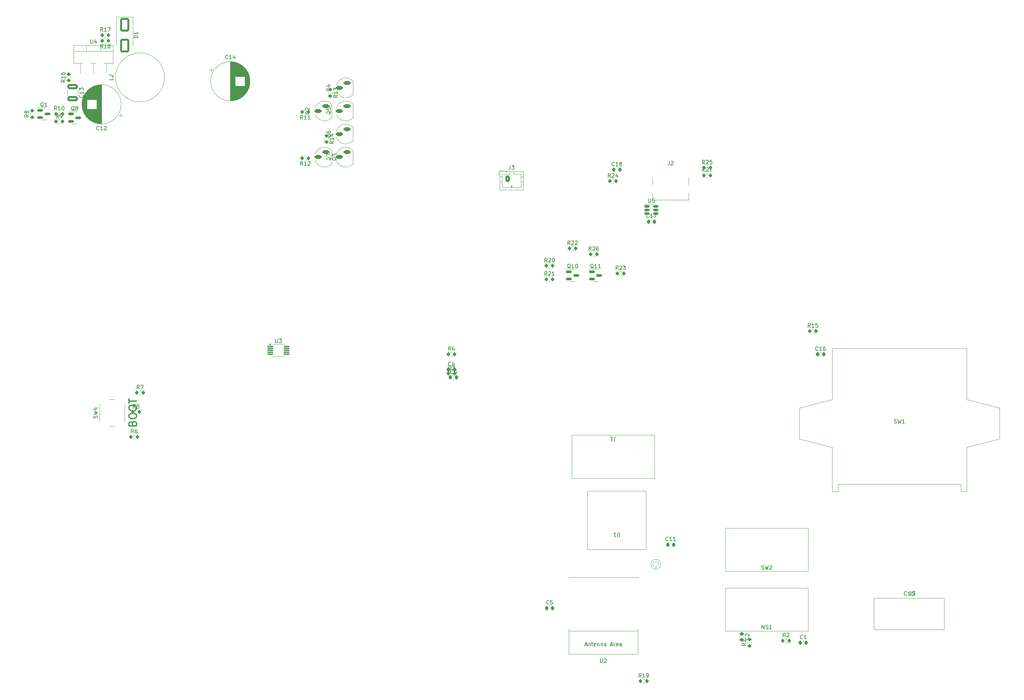
<source format=gbr>
%TF.GenerationSoftware,KiCad,Pcbnew,8.0.5-8.0.5-0~ubuntu22.04.1*%
%TF.CreationDate,2024-10-04T16:16:11+02:00*%
%TF.ProjectId,wandfernsprecher,77616e64-6665-4726-9e73-707265636865,0.1.0*%
%TF.SameCoordinates,Original*%
%TF.FileFunction,Legend,Top*%
%TF.FilePolarity,Positive*%
%FSLAX46Y46*%
G04 Gerber Fmt 4.6, Leading zero omitted, Abs format (unit mm)*
G04 Created by KiCad (PCBNEW 8.0.5-8.0.5-0~ubuntu22.04.1) date 2024-10-04 16:16:11*
%MOMM*%
%LPD*%
G01*
G04 APERTURE LIST*
G04 Aperture macros list*
%AMRoundRect*
0 Rectangle with rounded corners*
0 $1 Rounding radius*
0 $2 $3 $4 $5 $6 $7 $8 $9 X,Y pos of 4 corners*
0 Add a 4 corners polygon primitive as box body*
4,1,4,$2,$3,$4,$5,$6,$7,$8,$9,$2,$3,0*
0 Add four circle primitives for the rounded corners*
1,1,$1+$1,$2,$3*
1,1,$1+$1,$4,$5*
1,1,$1+$1,$6,$7*
1,1,$1+$1,$8,$9*
0 Add four rect primitives between the rounded corners*
20,1,$1+$1,$2,$3,$4,$5,0*
20,1,$1+$1,$4,$5,$6,$7,0*
20,1,$1+$1,$6,$7,$8,$9,0*
20,1,$1+$1,$8,$9,$2,$3,0*%
G04 Aperture macros list end*
%ADD10C,0.150000*%
%ADD11C,0.300000*%
%ADD12C,0.120000*%
%ADD13RoundRect,0.200000X-0.200000X-0.275000X0.200000X-0.275000X0.200000X0.275000X-0.200000X0.275000X0*%
%ADD14RoundRect,0.250000X-1.100000X0.412500X-1.100000X-0.412500X1.100000X-0.412500X1.100000X0.412500X0*%
%ADD15RoundRect,0.075000X-0.650000X-0.075000X0.650000X-0.075000X0.650000X0.075000X-0.650000X0.075000X0*%
%ADD16R,1.570000X1.880000*%
%ADD17R,1.800000X1.100000*%
%ADD18RoundRect,0.275000X0.625000X-0.275000X0.625000X0.275000X-0.625000X0.275000X-0.625000X-0.275000X0*%
%ADD19R,1.500000X0.900000*%
%ADD20R,0.700000X0.700000*%
%ADD21C,4.100000*%
%ADD22C,2.100000*%
%ADD23C,2.750000*%
%ADD24R,2.000000X2.000000*%
%ADD25C,2.000000*%
%ADD26RoundRect,0.200000X0.200000X0.275000X-0.200000X0.275000X-0.200000X-0.275000X0.200000X-0.275000X0*%
%ADD27RoundRect,0.225000X-0.225000X-0.250000X0.225000X-0.250000X0.225000X0.250000X-0.225000X0.250000X0*%
%ADD28RoundRect,0.150000X-0.587500X-0.150000X0.587500X-0.150000X0.587500X0.150000X-0.587500X0.150000X0*%
%ADD29C,1.524000*%
%ADD30RoundRect,0.225000X-0.250000X0.225000X-0.250000X-0.225000X0.250000X-0.225000X0.250000X0.225000X0*%
%ADD31RoundRect,0.200000X-0.275000X0.200000X-0.275000X-0.200000X0.275000X-0.200000X0.275000X0.200000X0*%
%ADD32RoundRect,0.200000X0.275000X-0.200000X0.275000X0.200000X-0.275000X0.200000X-0.275000X-0.200000X0*%
%ADD33C,0.650000*%
%ADD34R,0.600000X1.450000*%
%ADD35R,0.300000X1.450000*%
%ADD36O,1.000000X2.100000*%
%ADD37O,1.000000X1.600000*%
%ADD38C,2.500000*%
%ADD39C,2.400000*%
%ADD40RoundRect,0.150000X-0.512500X-0.150000X0.512500X-0.150000X0.512500X0.150000X-0.512500X0.150000X0*%
%ADD41R,1.800000X1.800000*%
%ADD42O,1.800000X1.800000*%
%ADD43RoundRect,0.250000X-0.900000X1.500000X-0.900000X-1.500000X0.900000X-1.500000X0.900000X1.500000X0*%
%ADD44RoundRect,0.250000X-0.350000X-0.625000X0.350000X-0.625000X0.350000X0.625000X-0.350000X0.625000X0*%
%ADD45O,1.200000X1.750000*%
G04 APERTURE END LIST*
D10*
X108833333Y-144524819D02*
X108500000Y-144048628D01*
X108261905Y-144524819D02*
X108261905Y-143524819D01*
X108261905Y-143524819D02*
X108642857Y-143524819D01*
X108642857Y-143524819D02*
X108738095Y-143572438D01*
X108738095Y-143572438D02*
X108785714Y-143620057D01*
X108785714Y-143620057D02*
X108833333Y-143715295D01*
X108833333Y-143715295D02*
X108833333Y-143858152D01*
X108833333Y-143858152D02*
X108785714Y-143953390D01*
X108785714Y-143953390D02*
X108738095Y-144001009D01*
X108738095Y-144001009D02*
X108642857Y-144048628D01*
X108642857Y-144048628D02*
X108261905Y-144048628D01*
X109214286Y-143620057D02*
X109261905Y-143572438D01*
X109261905Y-143572438D02*
X109357143Y-143524819D01*
X109357143Y-143524819D02*
X109595238Y-143524819D01*
X109595238Y-143524819D02*
X109690476Y-143572438D01*
X109690476Y-143572438D02*
X109738095Y-143620057D01*
X109738095Y-143620057D02*
X109785714Y-143715295D01*
X109785714Y-143715295D02*
X109785714Y-143810533D01*
X109785714Y-143810533D02*
X109738095Y-143953390D01*
X109738095Y-143953390D02*
X109166667Y-144524819D01*
X109166667Y-144524819D02*
X109785714Y-144524819D01*
X52857142Y-42524819D02*
X52523809Y-42048628D01*
X52285714Y-42524819D02*
X52285714Y-41524819D01*
X52285714Y-41524819D02*
X52666666Y-41524819D01*
X52666666Y-41524819D02*
X52761904Y-41572438D01*
X52761904Y-41572438D02*
X52809523Y-41620057D01*
X52809523Y-41620057D02*
X52857142Y-41715295D01*
X52857142Y-41715295D02*
X52857142Y-41858152D01*
X52857142Y-41858152D02*
X52809523Y-41953390D01*
X52809523Y-41953390D02*
X52761904Y-42001009D01*
X52761904Y-42001009D02*
X52666666Y-42048628D01*
X52666666Y-42048628D02*
X52285714Y-42048628D01*
X53238095Y-41620057D02*
X53285714Y-41572438D01*
X53285714Y-41572438D02*
X53380952Y-41524819D01*
X53380952Y-41524819D02*
X53619047Y-41524819D01*
X53619047Y-41524819D02*
X53714285Y-41572438D01*
X53714285Y-41572438D02*
X53761904Y-41620057D01*
X53761904Y-41620057D02*
X53809523Y-41715295D01*
X53809523Y-41715295D02*
X53809523Y-41810533D01*
X53809523Y-41810533D02*
X53761904Y-41953390D01*
X53761904Y-41953390D02*
X53190476Y-42524819D01*
X53190476Y-42524819D02*
X53809523Y-42524819D01*
X54190476Y-41620057D02*
X54238095Y-41572438D01*
X54238095Y-41572438D02*
X54333333Y-41524819D01*
X54333333Y-41524819D02*
X54571428Y-41524819D01*
X54571428Y-41524819D02*
X54666666Y-41572438D01*
X54666666Y-41572438D02*
X54714285Y-41620057D01*
X54714285Y-41620057D02*
X54761904Y-41715295D01*
X54761904Y-41715295D02*
X54761904Y-41810533D01*
X54761904Y-41810533D02*
X54714285Y-41953390D01*
X54714285Y-41953390D02*
X54142857Y-42524819D01*
X54142857Y-42524819D02*
X54761904Y-42524819D01*
X-73840419Y-3642857D02*
X-73792800Y-3690476D01*
X-73792800Y-3690476D02*
X-73745180Y-3833333D01*
X-73745180Y-3833333D02*
X-73745180Y-3928571D01*
X-73745180Y-3928571D02*
X-73792800Y-4071428D01*
X-73792800Y-4071428D02*
X-73888038Y-4166666D01*
X-73888038Y-4166666D02*
X-73983276Y-4214285D01*
X-73983276Y-4214285D02*
X-74173752Y-4261904D01*
X-74173752Y-4261904D02*
X-74316609Y-4261904D01*
X-74316609Y-4261904D02*
X-74507085Y-4214285D01*
X-74507085Y-4214285D02*
X-74602323Y-4166666D01*
X-74602323Y-4166666D02*
X-74697561Y-4071428D01*
X-74697561Y-4071428D02*
X-74745180Y-3928571D01*
X-74745180Y-3928571D02*
X-74745180Y-3833333D01*
X-74745180Y-3833333D02*
X-74697561Y-3690476D01*
X-74697561Y-3690476D02*
X-74649942Y-3642857D01*
X-73745180Y-2690476D02*
X-73745180Y-3261904D01*
X-73745180Y-2976190D02*
X-74745180Y-2976190D01*
X-74745180Y-2976190D02*
X-74602323Y-3071428D01*
X-74602323Y-3071428D02*
X-74507085Y-3166666D01*
X-74507085Y-3166666D02*
X-74459466Y-3261904D01*
X-74745180Y-2357142D02*
X-74745180Y-1738095D01*
X-74745180Y-1738095D02*
X-74364228Y-2071428D01*
X-74364228Y-2071428D02*
X-74364228Y-1928571D01*
X-74364228Y-1928571D02*
X-74316609Y-1833333D01*
X-74316609Y-1833333D02*
X-74268990Y-1785714D01*
X-74268990Y-1785714D02*
X-74173752Y-1738095D01*
X-74173752Y-1738095D02*
X-73935657Y-1738095D01*
X-73935657Y-1738095D02*
X-73840419Y-1785714D01*
X-73840419Y-1785714D02*
X-73792800Y-1833333D01*
X-73792800Y-1833333D02*
X-73745180Y-1928571D01*
X-73745180Y-1928571D02*
X-73745180Y-2214285D01*
X-73745180Y-2214285D02*
X-73792800Y-2309523D01*
X-73792800Y-2309523D02*
X-73840419Y-2357142D01*
X71357142Y-155024819D02*
X71023809Y-154548628D01*
X70785714Y-155024819D02*
X70785714Y-154024819D01*
X70785714Y-154024819D02*
X71166666Y-154024819D01*
X71166666Y-154024819D02*
X71261904Y-154072438D01*
X71261904Y-154072438D02*
X71309523Y-154120057D01*
X71309523Y-154120057D02*
X71357142Y-154215295D01*
X71357142Y-154215295D02*
X71357142Y-154358152D01*
X71357142Y-154358152D02*
X71309523Y-154453390D01*
X71309523Y-154453390D02*
X71261904Y-154501009D01*
X71261904Y-154501009D02*
X71166666Y-154548628D01*
X71166666Y-154548628D02*
X70785714Y-154548628D01*
X72309523Y-155024819D02*
X71738095Y-155024819D01*
X72023809Y-155024819D02*
X72023809Y-154024819D01*
X72023809Y-154024819D02*
X71928571Y-154167676D01*
X71928571Y-154167676D02*
X71833333Y-154262914D01*
X71833333Y-154262914D02*
X71738095Y-154310533D01*
X72785714Y-155024819D02*
X72976190Y-155024819D01*
X72976190Y-155024819D02*
X73071428Y-154977200D01*
X73071428Y-154977200D02*
X73119047Y-154929580D01*
X73119047Y-154929580D02*
X73214285Y-154786723D01*
X73214285Y-154786723D02*
X73261904Y-154596247D01*
X73261904Y-154596247D02*
X73261904Y-154215295D01*
X73261904Y-154215295D02*
X73214285Y-154120057D01*
X73214285Y-154120057D02*
X73166666Y-154072438D01*
X73166666Y-154072438D02*
X73071428Y-154024819D01*
X73071428Y-154024819D02*
X72880952Y-154024819D01*
X72880952Y-154024819D02*
X72785714Y-154072438D01*
X72785714Y-154072438D02*
X72738095Y-154120057D01*
X72738095Y-154120057D02*
X72690476Y-154215295D01*
X72690476Y-154215295D02*
X72690476Y-154453390D01*
X72690476Y-154453390D02*
X72738095Y-154548628D01*
X72738095Y-154548628D02*
X72785714Y-154596247D01*
X72785714Y-154596247D02*
X72880952Y-154643866D01*
X72880952Y-154643866D02*
X73071428Y-154643866D01*
X73071428Y-154643866D02*
X73166666Y-154596247D01*
X73166666Y-154596247D02*
X73214285Y-154548628D01*
X73214285Y-154548628D02*
X73261904Y-154453390D01*
X-60166666Y-85024819D02*
X-60499999Y-84548628D01*
X-60738094Y-85024819D02*
X-60738094Y-84024819D01*
X-60738094Y-84024819D02*
X-60357142Y-84024819D01*
X-60357142Y-84024819D02*
X-60261904Y-84072438D01*
X-60261904Y-84072438D02*
X-60214285Y-84120057D01*
X-60214285Y-84120057D02*
X-60166666Y-84215295D01*
X-60166666Y-84215295D02*
X-60166666Y-84358152D01*
X-60166666Y-84358152D02*
X-60214285Y-84453390D01*
X-60214285Y-84453390D02*
X-60261904Y-84501009D01*
X-60261904Y-84501009D02*
X-60357142Y-84548628D01*
X-60357142Y-84548628D02*
X-60738094Y-84548628D01*
X-59261904Y-84024819D02*
X-59738094Y-84024819D01*
X-59738094Y-84024819D02*
X-59785713Y-84501009D01*
X-59785713Y-84501009D02*
X-59738094Y-84453390D01*
X-59738094Y-84453390D02*
X-59642856Y-84405771D01*
X-59642856Y-84405771D02*
X-59404761Y-84405771D01*
X-59404761Y-84405771D02*
X-59309523Y-84453390D01*
X-59309523Y-84453390D02*
X-59261904Y-84501009D01*
X-59261904Y-84501009D02*
X-59214285Y-84596247D01*
X-59214285Y-84596247D02*
X-59214285Y-84834342D01*
X-59214285Y-84834342D02*
X-59261904Y-84929580D01*
X-59261904Y-84929580D02*
X-59309523Y-84977200D01*
X-59309523Y-84977200D02*
X-59404761Y-85024819D01*
X-59404761Y-85024819D02*
X-59642856Y-85024819D01*
X-59642856Y-85024819D02*
X-59738094Y-84977200D01*
X-59738094Y-84977200D02*
X-59785713Y-84929580D01*
X65357142Y-49024819D02*
X65023809Y-48548628D01*
X64785714Y-49024819D02*
X64785714Y-48024819D01*
X64785714Y-48024819D02*
X65166666Y-48024819D01*
X65166666Y-48024819D02*
X65261904Y-48072438D01*
X65261904Y-48072438D02*
X65309523Y-48120057D01*
X65309523Y-48120057D02*
X65357142Y-48215295D01*
X65357142Y-48215295D02*
X65357142Y-48358152D01*
X65357142Y-48358152D02*
X65309523Y-48453390D01*
X65309523Y-48453390D02*
X65261904Y-48501009D01*
X65261904Y-48501009D02*
X65166666Y-48548628D01*
X65166666Y-48548628D02*
X64785714Y-48548628D01*
X65738095Y-48120057D02*
X65785714Y-48072438D01*
X65785714Y-48072438D02*
X65880952Y-48024819D01*
X65880952Y-48024819D02*
X66119047Y-48024819D01*
X66119047Y-48024819D02*
X66214285Y-48072438D01*
X66214285Y-48072438D02*
X66261904Y-48120057D01*
X66261904Y-48120057D02*
X66309523Y-48215295D01*
X66309523Y-48215295D02*
X66309523Y-48310533D01*
X66309523Y-48310533D02*
X66261904Y-48453390D01*
X66261904Y-48453390D02*
X65690476Y-49024819D01*
X65690476Y-49024819D02*
X66309523Y-49024819D01*
X66642857Y-48024819D02*
X67261904Y-48024819D01*
X67261904Y-48024819D02*
X66928571Y-48405771D01*
X66928571Y-48405771D02*
X67071428Y-48405771D01*
X67071428Y-48405771D02*
X67166666Y-48453390D01*
X67166666Y-48453390D02*
X67214285Y-48501009D01*
X67214285Y-48501009D02*
X67261904Y-48596247D01*
X67261904Y-48596247D02*
X67261904Y-48834342D01*
X67261904Y-48834342D02*
X67214285Y-48929580D01*
X67214285Y-48929580D02*
X67166666Y-48977200D01*
X67166666Y-48977200D02*
X67071428Y-49024819D01*
X67071428Y-49024819D02*
X66785714Y-49024819D01*
X66785714Y-49024819D02*
X66690476Y-48977200D01*
X66690476Y-48977200D02*
X66642857Y-48929580D01*
X-23761904Y-67004819D02*
X-23761904Y-67814342D01*
X-23761904Y-67814342D02*
X-23714285Y-67909580D01*
X-23714285Y-67909580D02*
X-23666666Y-67957200D01*
X-23666666Y-67957200D02*
X-23571428Y-68004819D01*
X-23571428Y-68004819D02*
X-23380952Y-68004819D01*
X-23380952Y-68004819D02*
X-23285714Y-67957200D01*
X-23285714Y-67957200D02*
X-23238095Y-67909580D01*
X-23238095Y-67909580D02*
X-23190476Y-67814342D01*
X-23190476Y-67814342D02*
X-23190476Y-67004819D01*
X-22809523Y-67004819D02*
X-22190476Y-67004819D01*
X-22190476Y-67004819D02*
X-22523809Y-67385771D01*
X-22523809Y-67385771D02*
X-22380952Y-67385771D01*
X-22380952Y-67385771D02*
X-22285714Y-67433390D01*
X-22285714Y-67433390D02*
X-22238095Y-67481009D01*
X-22238095Y-67481009D02*
X-22190476Y-67576247D01*
X-22190476Y-67576247D02*
X-22190476Y-67814342D01*
X-22190476Y-67814342D02*
X-22238095Y-67909580D01*
X-22238095Y-67909580D02*
X-22285714Y-67957200D01*
X-22285714Y-67957200D02*
X-22380952Y-68004819D01*
X-22380952Y-68004819D02*
X-22666666Y-68004819D01*
X-22666666Y-68004819D02*
X-22761904Y-67957200D01*
X-22761904Y-67957200D02*
X-22809523Y-67909580D01*
X-9349942Y-7825238D02*
X-9397561Y-7920476D01*
X-9397561Y-7920476D02*
X-9492800Y-8015714D01*
X-9492800Y-8015714D02*
X-9635657Y-8158571D01*
X-9635657Y-8158571D02*
X-9683276Y-8253809D01*
X-9683276Y-8253809D02*
X-9683276Y-8349047D01*
X-9445180Y-8301428D02*
X-9492800Y-8396666D01*
X-9492800Y-8396666D02*
X-9588038Y-8491904D01*
X-9588038Y-8491904D02*
X-9778514Y-8539523D01*
X-9778514Y-8539523D02*
X-10111847Y-8539523D01*
X-10111847Y-8539523D02*
X-10302323Y-8491904D01*
X-10302323Y-8491904D02*
X-10397561Y-8396666D01*
X-10397561Y-8396666D02*
X-10445180Y-8301428D01*
X-10445180Y-8301428D02*
X-10445180Y-8110952D01*
X-10445180Y-8110952D02*
X-10397561Y-8015714D01*
X-10397561Y-8015714D02*
X-10302323Y-7920476D01*
X-10302323Y-7920476D02*
X-10111847Y-7872857D01*
X-10111847Y-7872857D02*
X-9778514Y-7872857D01*
X-9778514Y-7872857D02*
X-9588038Y-7920476D01*
X-9588038Y-7920476D02*
X-9492800Y-8015714D01*
X-9492800Y-8015714D02*
X-9445180Y-8110952D01*
X-9445180Y-8110952D02*
X-9445180Y-8301428D01*
X-10445180Y-6968095D02*
X-10445180Y-7444285D01*
X-10445180Y-7444285D02*
X-9968990Y-7491904D01*
X-9968990Y-7491904D02*
X-10016609Y-7444285D01*
X-10016609Y-7444285D02*
X-10064228Y-7349047D01*
X-10064228Y-7349047D02*
X-10064228Y-7110952D01*
X-10064228Y-7110952D02*
X-10016609Y-7015714D01*
X-10016609Y-7015714D02*
X-9968990Y-6968095D01*
X-9968990Y-6968095D02*
X-9873752Y-6920476D01*
X-9873752Y-6920476D02*
X-9635657Y-6920476D01*
X-9635657Y-6920476D02*
X-9540419Y-6968095D01*
X-9540419Y-6968095D02*
X-9492800Y-7015714D01*
X-9492800Y-7015714D02*
X-9445180Y-7110952D01*
X-9445180Y-7110952D02*
X-9445180Y-7349047D01*
X-9445180Y-7349047D02*
X-9492800Y-7444285D01*
X-9492800Y-7444285D02*
X-9540419Y-7491904D01*
X60738095Y-150204819D02*
X60738095Y-151014342D01*
X60738095Y-151014342D02*
X60785714Y-151109580D01*
X60785714Y-151109580D02*
X60833333Y-151157200D01*
X60833333Y-151157200D02*
X60928571Y-151204819D01*
X60928571Y-151204819D02*
X61119047Y-151204819D01*
X61119047Y-151204819D02*
X61214285Y-151157200D01*
X61214285Y-151157200D02*
X61261904Y-151109580D01*
X61261904Y-151109580D02*
X61309523Y-151014342D01*
X61309523Y-151014342D02*
X61309523Y-150204819D01*
X61738095Y-150300057D02*
X61785714Y-150252438D01*
X61785714Y-150252438D02*
X61880952Y-150204819D01*
X61880952Y-150204819D02*
X62119047Y-150204819D01*
X62119047Y-150204819D02*
X62214285Y-150252438D01*
X62214285Y-150252438D02*
X62261904Y-150300057D01*
X62261904Y-150300057D02*
X62309523Y-150395295D01*
X62309523Y-150395295D02*
X62309523Y-150490533D01*
X62309523Y-150490533D02*
X62261904Y-150633390D01*
X62261904Y-150633390D02*
X61690476Y-151204819D01*
X61690476Y-151204819D02*
X62309523Y-151204819D01*
X56738094Y-146569104D02*
X57214284Y-146569104D01*
X56642856Y-146854819D02*
X56976189Y-145854819D01*
X56976189Y-145854819D02*
X57309522Y-146854819D01*
X57642856Y-146188152D02*
X57642856Y-146854819D01*
X57642856Y-146283390D02*
X57690475Y-146235771D01*
X57690475Y-146235771D02*
X57785713Y-146188152D01*
X57785713Y-146188152D02*
X57928570Y-146188152D01*
X57928570Y-146188152D02*
X58023808Y-146235771D01*
X58023808Y-146235771D02*
X58071427Y-146331009D01*
X58071427Y-146331009D02*
X58071427Y-146854819D01*
X58404761Y-146188152D02*
X58785713Y-146188152D01*
X58547618Y-145854819D02*
X58547618Y-146711961D01*
X58547618Y-146711961D02*
X58595237Y-146807200D01*
X58595237Y-146807200D02*
X58690475Y-146854819D01*
X58690475Y-146854819D02*
X58785713Y-146854819D01*
X59499999Y-146807200D02*
X59404761Y-146854819D01*
X59404761Y-146854819D02*
X59214285Y-146854819D01*
X59214285Y-146854819D02*
X59119047Y-146807200D01*
X59119047Y-146807200D02*
X59071428Y-146711961D01*
X59071428Y-146711961D02*
X59071428Y-146331009D01*
X59071428Y-146331009D02*
X59119047Y-146235771D01*
X59119047Y-146235771D02*
X59214285Y-146188152D01*
X59214285Y-146188152D02*
X59404761Y-146188152D01*
X59404761Y-146188152D02*
X59499999Y-146235771D01*
X59499999Y-146235771D02*
X59547618Y-146331009D01*
X59547618Y-146331009D02*
X59547618Y-146426247D01*
X59547618Y-146426247D02*
X59071428Y-146521485D01*
X59976190Y-146188152D02*
X59976190Y-146854819D01*
X59976190Y-146283390D02*
X60023809Y-146235771D01*
X60023809Y-146235771D02*
X60119047Y-146188152D01*
X60119047Y-146188152D02*
X60261904Y-146188152D01*
X60261904Y-146188152D02*
X60357142Y-146235771D01*
X60357142Y-146235771D02*
X60404761Y-146331009D01*
X60404761Y-146331009D02*
X60404761Y-146854819D01*
X60880952Y-146188152D02*
X60880952Y-146854819D01*
X60880952Y-146283390D02*
X60928571Y-146235771D01*
X60928571Y-146235771D02*
X61023809Y-146188152D01*
X61023809Y-146188152D02*
X61166666Y-146188152D01*
X61166666Y-146188152D02*
X61261904Y-146235771D01*
X61261904Y-146235771D02*
X61309523Y-146331009D01*
X61309523Y-146331009D02*
X61309523Y-146854819D01*
X62214285Y-146854819D02*
X62214285Y-146331009D01*
X62214285Y-146331009D02*
X62166666Y-146235771D01*
X62166666Y-146235771D02*
X62071428Y-146188152D01*
X62071428Y-146188152D02*
X61880952Y-146188152D01*
X61880952Y-146188152D02*
X61785714Y-146235771D01*
X62214285Y-146807200D02*
X62119047Y-146854819D01*
X62119047Y-146854819D02*
X61880952Y-146854819D01*
X61880952Y-146854819D02*
X61785714Y-146807200D01*
X61785714Y-146807200D02*
X61738095Y-146711961D01*
X61738095Y-146711961D02*
X61738095Y-146616723D01*
X61738095Y-146616723D02*
X61785714Y-146521485D01*
X61785714Y-146521485D02*
X61880952Y-146473866D01*
X61880952Y-146473866D02*
X62119047Y-146473866D01*
X62119047Y-146473866D02*
X62214285Y-146426247D01*
X63404762Y-146569104D02*
X63880952Y-146569104D01*
X63309524Y-146854819D02*
X63642857Y-145854819D01*
X63642857Y-145854819D02*
X63976190Y-146854819D01*
X64309524Y-146854819D02*
X64309524Y-146188152D01*
X64309524Y-146378628D02*
X64357143Y-146283390D01*
X64357143Y-146283390D02*
X64404762Y-146235771D01*
X64404762Y-146235771D02*
X64500000Y-146188152D01*
X64500000Y-146188152D02*
X64595238Y-146188152D01*
X65309524Y-146807200D02*
X65214286Y-146854819D01*
X65214286Y-146854819D02*
X65023810Y-146854819D01*
X65023810Y-146854819D02*
X64928572Y-146807200D01*
X64928572Y-146807200D02*
X64880953Y-146711961D01*
X64880953Y-146711961D02*
X64880953Y-146331009D01*
X64880953Y-146331009D02*
X64928572Y-146235771D01*
X64928572Y-146235771D02*
X65023810Y-146188152D01*
X65023810Y-146188152D02*
X65214286Y-146188152D01*
X65214286Y-146188152D02*
X65309524Y-146235771D01*
X65309524Y-146235771D02*
X65357143Y-146331009D01*
X65357143Y-146331009D02*
X65357143Y-146426247D01*
X65357143Y-146426247D02*
X64880953Y-146521485D01*
X66214286Y-146854819D02*
X66214286Y-146331009D01*
X66214286Y-146331009D02*
X66166667Y-146235771D01*
X66166667Y-146235771D02*
X66071429Y-146188152D01*
X66071429Y-146188152D02*
X65880953Y-146188152D01*
X65880953Y-146188152D02*
X65785715Y-146235771D01*
X66214286Y-146807200D02*
X66119048Y-146854819D01*
X66119048Y-146854819D02*
X65880953Y-146854819D01*
X65880953Y-146854819D02*
X65785715Y-146807200D01*
X65785715Y-146807200D02*
X65738096Y-146711961D01*
X65738096Y-146711961D02*
X65738096Y-146616723D01*
X65738096Y-146616723D02*
X65785715Y-146521485D01*
X65785715Y-146521485D02*
X65880953Y-146473866D01*
X65880953Y-146473866D02*
X66119048Y-146473866D01*
X66119048Y-146473866D02*
X66214286Y-146426247D01*
X137166667Y-88907200D02*
X137309524Y-88954819D01*
X137309524Y-88954819D02*
X137547619Y-88954819D01*
X137547619Y-88954819D02*
X137642857Y-88907200D01*
X137642857Y-88907200D02*
X137690476Y-88859580D01*
X137690476Y-88859580D02*
X137738095Y-88764342D01*
X137738095Y-88764342D02*
X137738095Y-88669104D01*
X137738095Y-88669104D02*
X137690476Y-88573866D01*
X137690476Y-88573866D02*
X137642857Y-88526247D01*
X137642857Y-88526247D02*
X137547619Y-88478628D01*
X137547619Y-88478628D02*
X137357143Y-88431009D01*
X137357143Y-88431009D02*
X137261905Y-88383390D01*
X137261905Y-88383390D02*
X137214286Y-88335771D01*
X137214286Y-88335771D02*
X137166667Y-88240533D01*
X137166667Y-88240533D02*
X137166667Y-88145295D01*
X137166667Y-88145295D02*
X137214286Y-88050057D01*
X137214286Y-88050057D02*
X137261905Y-88002438D01*
X137261905Y-88002438D02*
X137357143Y-87954819D01*
X137357143Y-87954819D02*
X137595238Y-87954819D01*
X137595238Y-87954819D02*
X137738095Y-88002438D01*
X138071429Y-87954819D02*
X138309524Y-88954819D01*
X138309524Y-88954819D02*
X138500000Y-88240533D01*
X138500000Y-88240533D02*
X138690476Y-88954819D01*
X138690476Y-88954819D02*
X138928572Y-87954819D01*
X139833333Y-88954819D02*
X139261905Y-88954819D01*
X139547619Y-88954819D02*
X139547619Y-87954819D01*
X139547619Y-87954819D02*
X139452381Y-88097676D01*
X139452381Y-88097676D02*
X139357143Y-88192914D01*
X139357143Y-88192914D02*
X139261905Y-88240533D01*
X-80642857Y-7524819D02*
X-80976190Y-7048628D01*
X-81214285Y-7524819D02*
X-81214285Y-6524819D01*
X-81214285Y-6524819D02*
X-80833333Y-6524819D01*
X-80833333Y-6524819D02*
X-80738095Y-6572438D01*
X-80738095Y-6572438D02*
X-80690476Y-6620057D01*
X-80690476Y-6620057D02*
X-80642857Y-6715295D01*
X-80642857Y-6715295D02*
X-80642857Y-6858152D01*
X-80642857Y-6858152D02*
X-80690476Y-6953390D01*
X-80690476Y-6953390D02*
X-80738095Y-7001009D01*
X-80738095Y-7001009D02*
X-80833333Y-7048628D01*
X-80833333Y-7048628D02*
X-81214285Y-7048628D01*
X-79690476Y-7524819D02*
X-80261904Y-7524819D01*
X-79976190Y-7524819D02*
X-79976190Y-6524819D01*
X-79976190Y-6524819D02*
X-80071428Y-6667676D01*
X-80071428Y-6667676D02*
X-80166666Y-6762914D01*
X-80166666Y-6762914D02*
X-80261904Y-6810533D01*
X-79071428Y-6524819D02*
X-78976190Y-6524819D01*
X-78976190Y-6524819D02*
X-78880952Y-6572438D01*
X-78880952Y-6572438D02*
X-78833333Y-6620057D01*
X-78833333Y-6620057D02*
X-78785714Y-6715295D01*
X-78785714Y-6715295D02*
X-78738095Y-6905771D01*
X-78738095Y-6905771D02*
X-78738095Y-7143866D01*
X-78738095Y-7143866D02*
X-78785714Y-7334342D01*
X-78785714Y-7334342D02*
X-78833333Y-7429580D01*
X-78833333Y-7429580D02*
X-78880952Y-7477200D01*
X-78880952Y-7477200D02*
X-78976190Y-7524819D01*
X-78976190Y-7524819D02*
X-79071428Y-7524819D01*
X-79071428Y-7524819D02*
X-79166666Y-7477200D01*
X-79166666Y-7477200D02*
X-79214285Y-7429580D01*
X-79214285Y-7429580D02*
X-79261904Y-7334342D01*
X-79261904Y-7334342D02*
X-79309523Y-7143866D01*
X-79309523Y-7143866D02*
X-79309523Y-6905771D01*
X-79309523Y-6905771D02*
X-79261904Y-6715295D01*
X-79261904Y-6715295D02*
X-79214285Y-6620057D01*
X-79214285Y-6620057D02*
X-79166666Y-6572438D01*
X-79166666Y-6572438D02*
X-79071428Y-6524819D01*
X-36142857Y5890419D02*
X-36190476Y5842800D01*
X-36190476Y5842800D02*
X-36333333Y5795180D01*
X-36333333Y5795180D02*
X-36428571Y5795180D01*
X-36428571Y5795180D02*
X-36571428Y5842800D01*
X-36571428Y5842800D02*
X-36666666Y5938038D01*
X-36666666Y5938038D02*
X-36714285Y6033276D01*
X-36714285Y6033276D02*
X-36761904Y6223752D01*
X-36761904Y6223752D02*
X-36761904Y6366609D01*
X-36761904Y6366609D02*
X-36714285Y6557085D01*
X-36714285Y6557085D02*
X-36666666Y6652323D01*
X-36666666Y6652323D02*
X-36571428Y6747561D01*
X-36571428Y6747561D02*
X-36428571Y6795180D01*
X-36428571Y6795180D02*
X-36333333Y6795180D01*
X-36333333Y6795180D02*
X-36190476Y6747561D01*
X-36190476Y6747561D02*
X-36142857Y6699942D01*
X-35190476Y5795180D02*
X-35761904Y5795180D01*
X-35476190Y5795180D02*
X-35476190Y6795180D01*
X-35476190Y6795180D02*
X-35571428Y6652323D01*
X-35571428Y6652323D02*
X-35666666Y6557085D01*
X-35666666Y6557085D02*
X-35761904Y6509466D01*
X-34333333Y6461847D02*
X-34333333Y5795180D01*
X-34571428Y6842800D02*
X-34809523Y6128514D01*
X-34809523Y6128514D02*
X-34190476Y6128514D01*
X-68642857Y8615180D02*
X-68976190Y9091371D01*
X-69214285Y8615180D02*
X-69214285Y9615180D01*
X-69214285Y9615180D02*
X-68833333Y9615180D01*
X-68833333Y9615180D02*
X-68738095Y9567561D01*
X-68738095Y9567561D02*
X-68690476Y9519942D01*
X-68690476Y9519942D02*
X-68642857Y9424704D01*
X-68642857Y9424704D02*
X-68642857Y9281847D01*
X-68642857Y9281847D02*
X-68690476Y9186609D01*
X-68690476Y9186609D02*
X-68738095Y9138990D01*
X-68738095Y9138990D02*
X-68833333Y9091371D01*
X-68833333Y9091371D02*
X-69214285Y9091371D01*
X-67690476Y8615180D02*
X-68261904Y8615180D01*
X-67976190Y8615180D02*
X-67976190Y9615180D01*
X-67976190Y9615180D02*
X-68071428Y9472323D01*
X-68071428Y9472323D02*
X-68166666Y9377085D01*
X-68166666Y9377085D02*
X-68261904Y9329466D01*
X-67119047Y9186609D02*
X-67214285Y9234228D01*
X-67214285Y9234228D02*
X-67261904Y9281847D01*
X-67261904Y9281847D02*
X-67309523Y9377085D01*
X-67309523Y9377085D02*
X-67309523Y9424704D01*
X-67309523Y9424704D02*
X-67261904Y9519942D01*
X-67261904Y9519942D02*
X-67214285Y9567561D01*
X-67214285Y9567561D02*
X-67119047Y9615180D01*
X-67119047Y9615180D02*
X-66928571Y9615180D01*
X-66928571Y9615180D02*
X-66833333Y9567561D01*
X-66833333Y9567561D02*
X-66785714Y9519942D01*
X-66785714Y9519942D02*
X-66738095Y9424704D01*
X-66738095Y9424704D02*
X-66738095Y9377085D01*
X-66738095Y9377085D02*
X-66785714Y9281847D01*
X-66785714Y9281847D02*
X-66833333Y9234228D01*
X-66833333Y9234228D02*
X-66928571Y9186609D01*
X-66928571Y9186609D02*
X-67119047Y9186609D01*
X-67119047Y9186609D02*
X-67214285Y9138990D01*
X-67214285Y9138990D02*
X-67261904Y9091371D01*
X-67261904Y9091371D02*
X-67309523Y8996133D01*
X-67309523Y8996133D02*
X-67309523Y8805657D01*
X-67309523Y8805657D02*
X-67261904Y8710419D01*
X-67261904Y8710419D02*
X-67214285Y8662800D01*
X-67214285Y8662800D02*
X-67119047Y8615180D01*
X-67119047Y8615180D02*
X-66928571Y8615180D01*
X-66928571Y8615180D02*
X-66833333Y8662800D01*
X-66833333Y8662800D02*
X-66785714Y8710419D01*
X-66785714Y8710419D02*
X-66738095Y8805657D01*
X-66738095Y8805657D02*
X-66738095Y8996133D01*
X-66738095Y8996133D02*
X-66785714Y9091371D01*
X-66785714Y9091371D02*
X-66833333Y9138990D01*
X-66833333Y9138990D02*
X-66928571Y9186609D01*
X22333333Y-75929580D02*
X22285714Y-75977200D01*
X22285714Y-75977200D02*
X22142857Y-76024819D01*
X22142857Y-76024819D02*
X22047619Y-76024819D01*
X22047619Y-76024819D02*
X21904762Y-75977200D01*
X21904762Y-75977200D02*
X21809524Y-75881961D01*
X21809524Y-75881961D02*
X21761905Y-75786723D01*
X21761905Y-75786723D02*
X21714286Y-75596247D01*
X21714286Y-75596247D02*
X21714286Y-75453390D01*
X21714286Y-75453390D02*
X21761905Y-75262914D01*
X21761905Y-75262914D02*
X21809524Y-75167676D01*
X21809524Y-75167676D02*
X21904762Y-75072438D01*
X21904762Y-75072438D02*
X22047619Y-75024819D01*
X22047619Y-75024819D02*
X22142857Y-75024819D01*
X22142857Y-75024819D02*
X22285714Y-75072438D01*
X22285714Y-75072438D02*
X22333333Y-75120057D01*
X22666667Y-75024819D02*
X23285714Y-75024819D01*
X23285714Y-75024819D02*
X22952381Y-75405771D01*
X22952381Y-75405771D02*
X23095238Y-75405771D01*
X23095238Y-75405771D02*
X23190476Y-75453390D01*
X23190476Y-75453390D02*
X23238095Y-75501009D01*
X23238095Y-75501009D02*
X23285714Y-75596247D01*
X23285714Y-75596247D02*
X23285714Y-75834342D01*
X23285714Y-75834342D02*
X23238095Y-75929580D01*
X23238095Y-75929580D02*
X23190476Y-75977200D01*
X23190476Y-75977200D02*
X23095238Y-76024819D01*
X23095238Y-76024819D02*
X22809524Y-76024819D01*
X22809524Y-76024819D02*
X22714286Y-75977200D01*
X22714286Y-75977200D02*
X22666667Y-75929580D01*
X21833333Y-73929580D02*
X21785714Y-73977200D01*
X21785714Y-73977200D02*
X21642857Y-74024819D01*
X21642857Y-74024819D02*
X21547619Y-74024819D01*
X21547619Y-74024819D02*
X21404762Y-73977200D01*
X21404762Y-73977200D02*
X21309524Y-73881961D01*
X21309524Y-73881961D02*
X21261905Y-73786723D01*
X21261905Y-73786723D02*
X21214286Y-73596247D01*
X21214286Y-73596247D02*
X21214286Y-73453390D01*
X21214286Y-73453390D02*
X21261905Y-73262914D01*
X21261905Y-73262914D02*
X21309524Y-73167676D01*
X21309524Y-73167676D02*
X21404762Y-73072438D01*
X21404762Y-73072438D02*
X21547619Y-73024819D01*
X21547619Y-73024819D02*
X21642857Y-73024819D01*
X21642857Y-73024819D02*
X21785714Y-73072438D01*
X21785714Y-73072438D02*
X21833333Y-73120057D01*
X22690476Y-73358152D02*
X22690476Y-74024819D01*
X22452381Y-72977200D02*
X22214286Y-73691485D01*
X22214286Y-73691485D02*
X22833333Y-73691485D01*
X-60666666Y-91524819D02*
X-60999999Y-91048628D01*
X-61238094Y-91524819D02*
X-61238094Y-90524819D01*
X-61238094Y-90524819D02*
X-60857142Y-90524819D01*
X-60857142Y-90524819D02*
X-60761904Y-90572438D01*
X-60761904Y-90572438D02*
X-60714285Y-90620057D01*
X-60714285Y-90620057D02*
X-60666666Y-90715295D01*
X-60666666Y-90715295D02*
X-60666666Y-90858152D01*
X-60666666Y-90858152D02*
X-60714285Y-90953390D01*
X-60714285Y-90953390D02*
X-60761904Y-91001009D01*
X-60761904Y-91001009D02*
X-60857142Y-91048628D01*
X-60857142Y-91048628D02*
X-61238094Y-91048628D01*
X-59809523Y-90524819D02*
X-59999999Y-90524819D01*
X-59999999Y-90524819D02*
X-60095237Y-90572438D01*
X-60095237Y-90572438D02*
X-60142856Y-90620057D01*
X-60142856Y-90620057D02*
X-60238094Y-90762914D01*
X-60238094Y-90762914D02*
X-60285713Y-90953390D01*
X-60285713Y-90953390D02*
X-60285713Y-91334342D01*
X-60285713Y-91334342D02*
X-60238094Y-91429580D01*
X-60238094Y-91429580D02*
X-60190475Y-91477200D01*
X-60190475Y-91477200D02*
X-60095237Y-91524819D01*
X-60095237Y-91524819D02*
X-59904761Y-91524819D01*
X-59904761Y-91524819D02*
X-59809523Y-91477200D01*
X-59809523Y-91477200D02*
X-59761904Y-91429580D01*
X-59761904Y-91429580D02*
X-59714285Y-91334342D01*
X-59714285Y-91334342D02*
X-59714285Y-91096247D01*
X-59714285Y-91096247D02*
X-59761904Y-91001009D01*
X-59761904Y-91001009D02*
X-59809523Y-90953390D01*
X-59809523Y-90953390D02*
X-59904761Y-90905771D01*
X-59904761Y-90905771D02*
X-60095237Y-90905771D01*
X-60095237Y-90905771D02*
X-60190475Y-90953390D01*
X-60190475Y-90953390D02*
X-60238094Y-91001009D01*
X-60238094Y-91001009D02*
X-60285713Y-91096247D01*
X47333333Y-135929580D02*
X47285714Y-135977200D01*
X47285714Y-135977200D02*
X47142857Y-136024819D01*
X47142857Y-136024819D02*
X47047619Y-136024819D01*
X47047619Y-136024819D02*
X46904762Y-135977200D01*
X46904762Y-135977200D02*
X46809524Y-135881961D01*
X46809524Y-135881961D02*
X46761905Y-135786723D01*
X46761905Y-135786723D02*
X46714286Y-135596247D01*
X46714286Y-135596247D02*
X46714286Y-135453390D01*
X46714286Y-135453390D02*
X46761905Y-135262914D01*
X46761905Y-135262914D02*
X46809524Y-135167676D01*
X46809524Y-135167676D02*
X46904762Y-135072438D01*
X46904762Y-135072438D02*
X47047619Y-135024819D01*
X47047619Y-135024819D02*
X47142857Y-135024819D01*
X47142857Y-135024819D02*
X47285714Y-135072438D01*
X47285714Y-135072438D02*
X47333333Y-135120057D01*
X48238095Y-135024819D02*
X47761905Y-135024819D01*
X47761905Y-135024819D02*
X47714286Y-135501009D01*
X47714286Y-135501009D02*
X47761905Y-135453390D01*
X47761905Y-135453390D02*
X47857143Y-135405771D01*
X47857143Y-135405771D02*
X48095238Y-135405771D01*
X48095238Y-135405771D02*
X48190476Y-135453390D01*
X48190476Y-135453390D02*
X48238095Y-135501009D01*
X48238095Y-135501009D02*
X48285714Y-135596247D01*
X48285714Y-135596247D02*
X48285714Y-135834342D01*
X48285714Y-135834342D02*
X48238095Y-135929580D01*
X48238095Y-135929580D02*
X48190476Y-135977200D01*
X48190476Y-135977200D02*
X48095238Y-136024819D01*
X48095238Y-136024819D02*
X47857143Y-136024819D01*
X47857143Y-136024819D02*
X47761905Y-135977200D01*
X47761905Y-135977200D02*
X47714286Y-135929580D01*
X58928571Y-48650057D02*
X58833333Y-48602438D01*
X58833333Y-48602438D02*
X58738095Y-48507200D01*
X58738095Y-48507200D02*
X58595238Y-48364342D01*
X58595238Y-48364342D02*
X58500000Y-48316723D01*
X58500000Y-48316723D02*
X58404762Y-48316723D01*
X58452381Y-48554819D02*
X58357143Y-48507200D01*
X58357143Y-48507200D02*
X58261905Y-48411961D01*
X58261905Y-48411961D02*
X58214286Y-48221485D01*
X58214286Y-48221485D02*
X58214286Y-47888152D01*
X58214286Y-47888152D02*
X58261905Y-47697676D01*
X58261905Y-47697676D02*
X58357143Y-47602438D01*
X58357143Y-47602438D02*
X58452381Y-47554819D01*
X58452381Y-47554819D02*
X58642857Y-47554819D01*
X58642857Y-47554819D02*
X58738095Y-47602438D01*
X58738095Y-47602438D02*
X58833333Y-47697676D01*
X58833333Y-47697676D02*
X58880952Y-47888152D01*
X58880952Y-47888152D02*
X58880952Y-48221485D01*
X58880952Y-48221485D02*
X58833333Y-48411961D01*
X58833333Y-48411961D02*
X58738095Y-48507200D01*
X58738095Y-48507200D02*
X58642857Y-48554819D01*
X58642857Y-48554819D02*
X58452381Y-48554819D01*
X59833333Y-48554819D02*
X59261905Y-48554819D01*
X59547619Y-48554819D02*
X59547619Y-47554819D01*
X59547619Y-47554819D02*
X59452381Y-47697676D01*
X59452381Y-47697676D02*
X59357143Y-47792914D01*
X59357143Y-47792914D02*
X59261905Y-47840533D01*
X60785714Y-48554819D02*
X60214286Y-48554819D01*
X60500000Y-48554819D02*
X60500000Y-47554819D01*
X60500000Y-47554819D02*
X60404762Y-47697676D01*
X60404762Y-47697676D02*
X60309524Y-47792914D01*
X60309524Y-47792914D02*
X60214286Y-47840533D01*
X-80166666Y-9524819D02*
X-80499999Y-9048628D01*
X-80738094Y-9524819D02*
X-80738094Y-8524819D01*
X-80738094Y-8524819D02*
X-80357142Y-8524819D01*
X-80357142Y-8524819D02*
X-80261904Y-8572438D01*
X-80261904Y-8572438D02*
X-80214285Y-8620057D01*
X-80214285Y-8620057D02*
X-80166666Y-8715295D01*
X-80166666Y-8715295D02*
X-80166666Y-8858152D01*
X-80166666Y-8858152D02*
X-80214285Y-8953390D01*
X-80214285Y-8953390D02*
X-80261904Y-9001009D01*
X-80261904Y-9001009D02*
X-80357142Y-9048628D01*
X-80357142Y-9048628D02*
X-80738094Y-9048628D01*
X-79690475Y-9524819D02*
X-79499999Y-9524819D01*
X-79499999Y-9524819D02*
X-79404761Y-9477200D01*
X-79404761Y-9477200D02*
X-79357142Y-9429580D01*
X-79357142Y-9429580D02*
X-79261904Y-9286723D01*
X-79261904Y-9286723D02*
X-79214285Y-9096247D01*
X-79214285Y-9096247D02*
X-79214285Y-8715295D01*
X-79214285Y-8715295D02*
X-79261904Y-8620057D01*
X-79261904Y-8620057D02*
X-79309523Y-8572438D01*
X-79309523Y-8572438D02*
X-79404761Y-8524819D01*
X-79404761Y-8524819D02*
X-79595237Y-8524819D01*
X-79595237Y-8524819D02*
X-79690475Y-8572438D01*
X-79690475Y-8572438D02*
X-79738094Y-8620057D01*
X-79738094Y-8620057D02*
X-79785713Y-8715295D01*
X-79785713Y-8715295D02*
X-79785713Y-8953390D01*
X-79785713Y-8953390D02*
X-79738094Y-9048628D01*
X-79738094Y-9048628D02*
X-79690475Y-9096247D01*
X-79690475Y-9096247D02*
X-79595237Y-9143866D01*
X-79595237Y-9143866D02*
X-79404761Y-9143866D01*
X-79404761Y-9143866D02*
X-79309523Y-9096247D01*
X-79309523Y-9096247D02*
X-79261904Y-9048628D01*
X-79261904Y-9048628D02*
X-79214285Y-8953390D01*
X-70092800Y-87583332D02*
X-70045180Y-87440475D01*
X-70045180Y-87440475D02*
X-70045180Y-87202380D01*
X-70045180Y-87202380D02*
X-70092800Y-87107142D01*
X-70092800Y-87107142D02*
X-70140419Y-87059523D01*
X-70140419Y-87059523D02*
X-70235657Y-87011904D01*
X-70235657Y-87011904D02*
X-70330895Y-87011904D01*
X-70330895Y-87011904D02*
X-70426133Y-87059523D01*
X-70426133Y-87059523D02*
X-70473752Y-87107142D01*
X-70473752Y-87107142D02*
X-70521371Y-87202380D01*
X-70521371Y-87202380D02*
X-70568990Y-87392856D01*
X-70568990Y-87392856D02*
X-70616609Y-87488094D01*
X-70616609Y-87488094D02*
X-70664228Y-87535713D01*
X-70664228Y-87535713D02*
X-70759466Y-87583332D01*
X-70759466Y-87583332D02*
X-70854704Y-87583332D01*
X-70854704Y-87583332D02*
X-70949942Y-87535713D01*
X-70949942Y-87535713D02*
X-70997561Y-87488094D01*
X-70997561Y-87488094D02*
X-71045180Y-87392856D01*
X-71045180Y-87392856D02*
X-71045180Y-87154761D01*
X-71045180Y-87154761D02*
X-70997561Y-87011904D01*
X-71045180Y-86678570D02*
X-70045180Y-86440475D01*
X-70045180Y-86440475D02*
X-70759466Y-86249999D01*
X-70759466Y-86249999D02*
X-70045180Y-86059523D01*
X-70045180Y-86059523D02*
X-71045180Y-85821428D01*
X-70711847Y-85011904D02*
X-70045180Y-85011904D01*
X-71092800Y-85249999D02*
X-70378514Y-85488094D01*
X-70378514Y-85488094D02*
X-70378514Y-84869047D01*
D11*
X-60937980Y-88964285D02*
X-60842742Y-88678571D01*
X-60842742Y-88678571D02*
X-60747504Y-88583333D01*
X-60747504Y-88583333D02*
X-60557028Y-88488095D01*
X-60557028Y-88488095D02*
X-60271314Y-88488095D01*
X-60271314Y-88488095D02*
X-60080838Y-88583333D01*
X-60080838Y-88583333D02*
X-59985600Y-88678571D01*
X-59985600Y-88678571D02*
X-59890361Y-88869047D01*
X-59890361Y-88869047D02*
X-59890361Y-89630952D01*
X-59890361Y-89630952D02*
X-61890361Y-89630952D01*
X-61890361Y-89630952D02*
X-61890361Y-88964285D01*
X-61890361Y-88964285D02*
X-61795123Y-88773809D01*
X-61795123Y-88773809D02*
X-61699885Y-88678571D01*
X-61699885Y-88678571D02*
X-61509409Y-88583333D01*
X-61509409Y-88583333D02*
X-61318933Y-88583333D01*
X-61318933Y-88583333D02*
X-61128457Y-88678571D01*
X-61128457Y-88678571D02*
X-61033219Y-88773809D01*
X-61033219Y-88773809D02*
X-60937980Y-88964285D01*
X-60937980Y-88964285D02*
X-60937980Y-89630952D01*
X-61890361Y-87250000D02*
X-61890361Y-86869047D01*
X-61890361Y-86869047D02*
X-61795123Y-86678571D01*
X-61795123Y-86678571D02*
X-61604647Y-86488095D01*
X-61604647Y-86488095D02*
X-61223695Y-86392857D01*
X-61223695Y-86392857D02*
X-60557028Y-86392857D01*
X-60557028Y-86392857D02*
X-60176076Y-86488095D01*
X-60176076Y-86488095D02*
X-59985600Y-86678571D01*
X-59985600Y-86678571D02*
X-59890361Y-86869047D01*
X-59890361Y-86869047D02*
X-59890361Y-87250000D01*
X-59890361Y-87250000D02*
X-59985600Y-87440476D01*
X-59985600Y-87440476D02*
X-60176076Y-87630952D01*
X-60176076Y-87630952D02*
X-60557028Y-87726190D01*
X-60557028Y-87726190D02*
X-61223695Y-87726190D01*
X-61223695Y-87726190D02*
X-61604647Y-87630952D01*
X-61604647Y-87630952D02*
X-61795123Y-87440476D01*
X-61795123Y-87440476D02*
X-61890361Y-87250000D01*
X-61890361Y-85154762D02*
X-61890361Y-84773809D01*
X-61890361Y-84773809D02*
X-61795123Y-84583333D01*
X-61795123Y-84583333D02*
X-61604647Y-84392857D01*
X-61604647Y-84392857D02*
X-61223695Y-84297619D01*
X-61223695Y-84297619D02*
X-60557028Y-84297619D01*
X-60557028Y-84297619D02*
X-60176076Y-84392857D01*
X-60176076Y-84392857D02*
X-59985600Y-84583333D01*
X-59985600Y-84583333D02*
X-59890361Y-84773809D01*
X-59890361Y-84773809D02*
X-59890361Y-85154762D01*
X-59890361Y-85154762D02*
X-59985600Y-85345238D01*
X-59985600Y-85345238D02*
X-60176076Y-85535714D01*
X-60176076Y-85535714D02*
X-60557028Y-85630952D01*
X-60557028Y-85630952D02*
X-61223695Y-85630952D01*
X-61223695Y-85630952D02*
X-61604647Y-85535714D01*
X-61604647Y-85535714D02*
X-61795123Y-85345238D01*
X-61795123Y-85345238D02*
X-61890361Y-85154762D01*
X-61890361Y-83726190D02*
X-61890361Y-82583333D01*
X-59890361Y-83154762D02*
X-61890361Y-83154762D01*
D10*
X65761904Y-118537180D02*
X65761904Y-117727657D01*
X65761904Y-117727657D02*
X65714285Y-117632419D01*
X65714285Y-117632419D02*
X65666666Y-117584800D01*
X65666666Y-117584800D02*
X65571428Y-117537180D01*
X65571428Y-117537180D02*
X65380952Y-117537180D01*
X65380952Y-117537180D02*
X65285714Y-117584800D01*
X65285714Y-117584800D02*
X65238095Y-117632419D01*
X65238095Y-117632419D02*
X65190476Y-117727657D01*
X65190476Y-117727657D02*
X65190476Y-118537180D01*
X64190476Y-117537180D02*
X64761904Y-117537180D01*
X64476190Y-117537180D02*
X64476190Y-118537180D01*
X64476190Y-118537180D02*
X64571428Y-118394323D01*
X64571428Y-118394323D02*
X64666666Y-118299085D01*
X64666666Y-118299085D02*
X64761904Y-118251466D01*
X21833333Y-70024819D02*
X21500000Y-69548628D01*
X21261905Y-70024819D02*
X21261905Y-69024819D01*
X21261905Y-69024819D02*
X21642857Y-69024819D01*
X21642857Y-69024819D02*
X21738095Y-69072438D01*
X21738095Y-69072438D02*
X21785714Y-69120057D01*
X21785714Y-69120057D02*
X21833333Y-69215295D01*
X21833333Y-69215295D02*
X21833333Y-69358152D01*
X21833333Y-69358152D02*
X21785714Y-69453390D01*
X21785714Y-69453390D02*
X21738095Y-69501009D01*
X21738095Y-69501009D02*
X21642857Y-69548628D01*
X21642857Y-69548628D02*
X21261905Y-69548628D01*
X22690476Y-69358152D02*
X22690476Y-70024819D01*
X22452381Y-68977200D02*
X22214286Y-69691485D01*
X22214286Y-69691485D02*
X22833333Y-69691485D01*
X-68642857Y12975180D02*
X-68976190Y13451371D01*
X-69214285Y12975180D02*
X-69214285Y13975180D01*
X-69214285Y13975180D02*
X-68833333Y13975180D01*
X-68833333Y13975180D02*
X-68738095Y13927561D01*
X-68738095Y13927561D02*
X-68690476Y13879942D01*
X-68690476Y13879942D02*
X-68642857Y13784704D01*
X-68642857Y13784704D02*
X-68642857Y13641847D01*
X-68642857Y13641847D02*
X-68690476Y13546609D01*
X-68690476Y13546609D02*
X-68738095Y13498990D01*
X-68738095Y13498990D02*
X-68833333Y13451371D01*
X-68833333Y13451371D02*
X-69214285Y13451371D01*
X-67690476Y12975180D02*
X-68261904Y12975180D01*
X-67976190Y12975180D02*
X-67976190Y13975180D01*
X-67976190Y13975180D02*
X-68071428Y13832323D01*
X-68071428Y13832323D02*
X-68166666Y13737085D01*
X-68166666Y13737085D02*
X-68261904Y13689466D01*
X-67357142Y13975180D02*
X-66690476Y13975180D01*
X-66690476Y13975180D02*
X-67119047Y12975180D01*
X-59166666Y-80024819D02*
X-59499999Y-79548628D01*
X-59738094Y-80024819D02*
X-59738094Y-79024819D01*
X-59738094Y-79024819D02*
X-59357142Y-79024819D01*
X-59357142Y-79024819D02*
X-59261904Y-79072438D01*
X-59261904Y-79072438D02*
X-59214285Y-79120057D01*
X-59214285Y-79120057D02*
X-59166666Y-79215295D01*
X-59166666Y-79215295D02*
X-59166666Y-79358152D01*
X-59166666Y-79358152D02*
X-59214285Y-79453390D01*
X-59214285Y-79453390D02*
X-59261904Y-79501009D01*
X-59261904Y-79501009D02*
X-59357142Y-79548628D01*
X-59357142Y-79548628D02*
X-59738094Y-79548628D01*
X-58833332Y-79024819D02*
X-58166666Y-79024819D01*
X-58166666Y-79024819D02*
X-58595237Y-80024819D01*
X99289580Y-144666666D02*
X99337200Y-144714285D01*
X99337200Y-144714285D02*
X99384819Y-144857142D01*
X99384819Y-144857142D02*
X99384819Y-144952380D01*
X99384819Y-144952380D02*
X99337200Y-145095237D01*
X99337200Y-145095237D02*
X99241961Y-145190475D01*
X99241961Y-145190475D02*
X99146723Y-145238094D01*
X99146723Y-145238094D02*
X98956247Y-145285713D01*
X98956247Y-145285713D02*
X98813390Y-145285713D01*
X98813390Y-145285713D02*
X98622914Y-145238094D01*
X98622914Y-145238094D02*
X98527676Y-145190475D01*
X98527676Y-145190475D02*
X98432438Y-145095237D01*
X98432438Y-145095237D02*
X98384819Y-144952380D01*
X98384819Y-144952380D02*
X98384819Y-144857142D01*
X98384819Y-144857142D02*
X98432438Y-144714285D01*
X98432438Y-144714285D02*
X98480057Y-144666666D01*
X98480057Y-144285713D02*
X98432438Y-144238094D01*
X98432438Y-144238094D02*
X98384819Y-144142856D01*
X98384819Y-144142856D02*
X98384819Y-143904761D01*
X98384819Y-143904761D02*
X98432438Y-143809523D01*
X98432438Y-143809523D02*
X98480057Y-143761904D01*
X98480057Y-143761904D02*
X98575295Y-143714285D01*
X98575295Y-143714285D02*
X98670533Y-143714285D01*
X98670533Y-143714285D02*
X98813390Y-143761904D01*
X98813390Y-143761904D02*
X99384819Y-144333332D01*
X99384819Y-144333332D02*
X99384819Y-143714285D01*
X-7615180Y-3642857D02*
X-8091371Y-3976190D01*
X-7615180Y-4214285D02*
X-8615180Y-4214285D01*
X-8615180Y-4214285D02*
X-8615180Y-3833333D01*
X-8615180Y-3833333D02*
X-8567561Y-3738095D01*
X-8567561Y-3738095D02*
X-8519942Y-3690476D01*
X-8519942Y-3690476D02*
X-8424704Y-3642857D01*
X-8424704Y-3642857D02*
X-8281847Y-3642857D01*
X-8281847Y-3642857D02*
X-8186609Y-3690476D01*
X-8186609Y-3690476D02*
X-8138990Y-3738095D01*
X-8138990Y-3738095D02*
X-8091371Y-3833333D01*
X-8091371Y-3833333D02*
X-8091371Y-4214285D01*
X-7615180Y-2690476D02*
X-7615180Y-3261904D01*
X-7615180Y-2976190D02*
X-8615180Y-2976190D01*
X-8615180Y-2976190D02*
X-8472323Y-3071428D01*
X-8472323Y-3071428D02*
X-8377085Y-3166666D01*
X-8377085Y-3166666D02*
X-8329466Y-3261904D01*
X-8615180Y-2357142D02*
X-8615180Y-1738095D01*
X-8615180Y-1738095D02*
X-8234228Y-2071428D01*
X-8234228Y-2071428D02*
X-8234228Y-1928571D01*
X-8234228Y-1928571D02*
X-8186609Y-1833333D01*
X-8186609Y-1833333D02*
X-8138990Y-1785714D01*
X-8138990Y-1785714D02*
X-8043752Y-1738095D01*
X-8043752Y-1738095D02*
X-7805657Y-1738095D01*
X-7805657Y-1738095D02*
X-7710419Y-1785714D01*
X-7710419Y-1785714D02*
X-7662800Y-1833333D01*
X-7662800Y-1833333D02*
X-7615180Y-1928571D01*
X-7615180Y-1928571D02*
X-7615180Y-2214285D01*
X-7615180Y-2214285D02*
X-7662800Y-2309523D01*
X-7662800Y-2309523D02*
X-7710419Y-2357142D01*
X-78475180Y357142D02*
X-78951371Y23809D01*
X-78475180Y-214285D02*
X-79475180Y-214285D01*
X-79475180Y-214285D02*
X-79475180Y166666D01*
X-79475180Y166666D02*
X-79427561Y261904D01*
X-79427561Y261904D02*
X-79379942Y309523D01*
X-79379942Y309523D02*
X-79284704Y357142D01*
X-79284704Y357142D02*
X-79141847Y357142D01*
X-79141847Y357142D02*
X-79046609Y309523D01*
X-79046609Y309523D02*
X-78998990Y261904D01*
X-78998990Y261904D02*
X-78951371Y166666D01*
X-78951371Y166666D02*
X-78951371Y-214285D01*
X-78475180Y1309523D02*
X-78475180Y738095D01*
X-78475180Y1023809D02*
X-79475180Y1023809D01*
X-79475180Y1023809D02*
X-79332323Y928571D01*
X-79332323Y928571D02*
X-79237085Y833333D01*
X-79237085Y833333D02*
X-79189466Y738095D01*
X-79475180Y2166666D02*
X-79475180Y1976190D01*
X-79475180Y1976190D02*
X-79427561Y1880952D01*
X-79427561Y1880952D02*
X-79379942Y1833333D01*
X-79379942Y1833333D02*
X-79237085Y1738095D01*
X-79237085Y1738095D02*
X-79046609Y1690476D01*
X-79046609Y1690476D02*
X-78665657Y1690476D01*
X-78665657Y1690476D02*
X-78570419Y1738095D01*
X-78570419Y1738095D02*
X-78522800Y1785714D01*
X-78522800Y1785714D02*
X-78475180Y1880952D01*
X-78475180Y1880952D02*
X-78475180Y2071428D01*
X-78475180Y2071428D02*
X-78522800Y2166666D01*
X-78522800Y2166666D02*
X-78570419Y2214285D01*
X-78570419Y2214285D02*
X-78665657Y2261904D01*
X-78665657Y2261904D02*
X-78903752Y2261904D01*
X-78903752Y2261904D02*
X-78998990Y2214285D01*
X-78998990Y2214285D02*
X-79046609Y2166666D01*
X-79046609Y2166666D02*
X-79094228Y2071428D01*
X-79094228Y2071428D02*
X-79094228Y1880952D01*
X-79094228Y1880952D02*
X-79046609Y1785714D01*
X-79046609Y1785714D02*
X-78998990Y1738095D01*
X-78998990Y1738095D02*
X-78903752Y1690476D01*
X-87975180Y-8666666D02*
X-88451371Y-8999999D01*
X-87975180Y-9238094D02*
X-88975180Y-9238094D01*
X-88975180Y-9238094D02*
X-88975180Y-8857142D01*
X-88975180Y-8857142D02*
X-88927561Y-8761904D01*
X-88927561Y-8761904D02*
X-88879942Y-8714285D01*
X-88879942Y-8714285D02*
X-88784704Y-8666666D01*
X-88784704Y-8666666D02*
X-88641847Y-8666666D01*
X-88641847Y-8666666D02*
X-88546609Y-8714285D01*
X-88546609Y-8714285D02*
X-88498990Y-8761904D01*
X-88498990Y-8761904D02*
X-88451371Y-8857142D01*
X-88451371Y-8857142D02*
X-88451371Y-9238094D01*
X-88546609Y-8095237D02*
X-88594228Y-8190475D01*
X-88594228Y-8190475D02*
X-88641847Y-8238094D01*
X-88641847Y-8238094D02*
X-88737085Y-8285713D01*
X-88737085Y-8285713D02*
X-88784704Y-8285713D01*
X-88784704Y-8285713D02*
X-88879942Y-8238094D01*
X-88879942Y-8238094D02*
X-88927561Y-8190475D01*
X-88927561Y-8190475D02*
X-88975180Y-8095237D01*
X-88975180Y-8095237D02*
X-88975180Y-7904761D01*
X-88975180Y-7904761D02*
X-88927561Y-7809523D01*
X-88927561Y-7809523D02*
X-88879942Y-7761904D01*
X-88879942Y-7761904D02*
X-88784704Y-7714285D01*
X-88784704Y-7714285D02*
X-88737085Y-7714285D01*
X-88737085Y-7714285D02*
X-88641847Y-7761904D01*
X-88641847Y-7761904D02*
X-88594228Y-7809523D01*
X-88594228Y-7809523D02*
X-88546609Y-7904761D01*
X-88546609Y-7904761D02*
X-88546609Y-8095237D01*
X-88546609Y-8095237D02*
X-88498990Y-8190475D01*
X-88498990Y-8190475D02*
X-88451371Y-8238094D01*
X-88451371Y-8238094D02*
X-88356133Y-8285713D01*
X-88356133Y-8285713D02*
X-88165657Y-8285713D01*
X-88165657Y-8285713D02*
X-88070419Y-8238094D01*
X-88070419Y-8238094D02*
X-88022800Y-8190475D01*
X-88022800Y-8190475D02*
X-87975180Y-8095237D01*
X-87975180Y-8095237D02*
X-87975180Y-7904761D01*
X-87975180Y-7904761D02*
X-88022800Y-7809523D01*
X-88022800Y-7809523D02*
X-88070419Y-7761904D01*
X-88070419Y-7761904D02*
X-88165657Y-7714285D01*
X-88165657Y-7714285D02*
X-88356133Y-7714285D01*
X-88356133Y-7714285D02*
X-88451371Y-7761904D01*
X-88451371Y-7761904D02*
X-88498990Y-7809523D01*
X-88498990Y-7809523D02*
X-88546609Y-7904761D01*
X-16642857Y-9884819D02*
X-16976190Y-9408628D01*
X-17214285Y-9884819D02*
X-17214285Y-8884819D01*
X-17214285Y-8884819D02*
X-16833333Y-8884819D01*
X-16833333Y-8884819D02*
X-16738095Y-8932438D01*
X-16738095Y-8932438D02*
X-16690476Y-8980057D01*
X-16690476Y-8980057D02*
X-16642857Y-9075295D01*
X-16642857Y-9075295D02*
X-16642857Y-9218152D01*
X-16642857Y-9218152D02*
X-16690476Y-9313390D01*
X-16690476Y-9313390D02*
X-16738095Y-9361009D01*
X-16738095Y-9361009D02*
X-16833333Y-9408628D01*
X-16833333Y-9408628D02*
X-17214285Y-9408628D01*
X-15690476Y-9884819D02*
X-16261904Y-9884819D01*
X-15976190Y-9884819D02*
X-15976190Y-8884819D01*
X-15976190Y-8884819D02*
X-16071428Y-9027676D01*
X-16071428Y-9027676D02*
X-16166666Y-9122914D01*
X-16166666Y-9122914D02*
X-16261904Y-9170533D01*
X-14738095Y-9884819D02*
X-15309523Y-9884819D01*
X-15023809Y-9884819D02*
X-15023809Y-8884819D01*
X-15023809Y-8884819D02*
X-15119047Y-9027676D01*
X-15119047Y-9027676D02*
X-15214285Y-9122914D01*
X-15214285Y-9122914D02*
X-15309523Y-9170533D01*
X73357142Y-35429580D02*
X73309523Y-35477200D01*
X73309523Y-35477200D02*
X73166666Y-35524819D01*
X73166666Y-35524819D02*
X73071428Y-35524819D01*
X73071428Y-35524819D02*
X72928571Y-35477200D01*
X72928571Y-35477200D02*
X72833333Y-35381961D01*
X72833333Y-35381961D02*
X72785714Y-35286723D01*
X72785714Y-35286723D02*
X72738095Y-35096247D01*
X72738095Y-35096247D02*
X72738095Y-34953390D01*
X72738095Y-34953390D02*
X72785714Y-34762914D01*
X72785714Y-34762914D02*
X72833333Y-34667676D01*
X72833333Y-34667676D02*
X72928571Y-34572438D01*
X72928571Y-34572438D02*
X73071428Y-34524819D01*
X73071428Y-34524819D02*
X73166666Y-34524819D01*
X73166666Y-34524819D02*
X73309523Y-34572438D01*
X73309523Y-34572438D02*
X73357142Y-34620057D01*
X74309523Y-35524819D02*
X73738095Y-35524819D01*
X74023809Y-35524819D02*
X74023809Y-34524819D01*
X74023809Y-34524819D02*
X73928571Y-34667676D01*
X73928571Y-34667676D02*
X73833333Y-34762914D01*
X73833333Y-34762914D02*
X73738095Y-34810533D01*
X74642857Y-34524819D02*
X75309523Y-34524819D01*
X75309523Y-34524819D02*
X74880952Y-35524819D01*
X87857142Y-23524819D02*
X87523809Y-23048628D01*
X87285714Y-23524819D02*
X87285714Y-22524819D01*
X87285714Y-22524819D02*
X87666666Y-22524819D01*
X87666666Y-22524819D02*
X87761904Y-22572438D01*
X87761904Y-22572438D02*
X87809523Y-22620057D01*
X87809523Y-22620057D02*
X87857142Y-22715295D01*
X87857142Y-22715295D02*
X87857142Y-22858152D01*
X87857142Y-22858152D02*
X87809523Y-22953390D01*
X87809523Y-22953390D02*
X87761904Y-23001009D01*
X87761904Y-23001009D02*
X87666666Y-23048628D01*
X87666666Y-23048628D02*
X87285714Y-23048628D01*
X88238095Y-22620057D02*
X88285714Y-22572438D01*
X88285714Y-22572438D02*
X88380952Y-22524819D01*
X88380952Y-22524819D02*
X88619047Y-22524819D01*
X88619047Y-22524819D02*
X88714285Y-22572438D01*
X88714285Y-22572438D02*
X88761904Y-22620057D01*
X88761904Y-22620057D02*
X88809523Y-22715295D01*
X88809523Y-22715295D02*
X88809523Y-22810533D01*
X88809523Y-22810533D02*
X88761904Y-22953390D01*
X88761904Y-22953390D02*
X88190476Y-23524819D01*
X88190476Y-23524819D02*
X88809523Y-23524819D01*
X89142857Y-22524819D02*
X89809523Y-22524819D01*
X89809523Y-22524819D02*
X89380952Y-23524819D01*
X-9349942Y-13825238D02*
X-9397561Y-13920476D01*
X-9397561Y-13920476D02*
X-9492800Y-14015714D01*
X-9492800Y-14015714D02*
X-9635657Y-14158571D01*
X-9635657Y-14158571D02*
X-9683276Y-14253809D01*
X-9683276Y-14253809D02*
X-9683276Y-14349047D01*
X-9445180Y-14301428D02*
X-9492800Y-14396666D01*
X-9492800Y-14396666D02*
X-9588038Y-14491904D01*
X-9588038Y-14491904D02*
X-9778514Y-14539523D01*
X-9778514Y-14539523D02*
X-10111847Y-14539523D01*
X-10111847Y-14539523D02*
X-10302323Y-14491904D01*
X-10302323Y-14491904D02*
X-10397561Y-14396666D01*
X-10397561Y-14396666D02*
X-10445180Y-14301428D01*
X-10445180Y-14301428D02*
X-10445180Y-14110952D01*
X-10445180Y-14110952D02*
X-10397561Y-14015714D01*
X-10397561Y-14015714D02*
X-10302323Y-13920476D01*
X-10302323Y-13920476D02*
X-10111847Y-13872857D01*
X-10111847Y-13872857D02*
X-9778514Y-13872857D01*
X-9778514Y-13872857D02*
X-9588038Y-13920476D01*
X-9588038Y-13920476D02*
X-9492800Y-14015714D01*
X-9492800Y-14015714D02*
X-9445180Y-14110952D01*
X-9445180Y-14110952D02*
X-9445180Y-14301428D01*
X-10445180Y-13015714D02*
X-10445180Y-13206190D01*
X-10445180Y-13206190D02*
X-10397561Y-13301428D01*
X-10397561Y-13301428D02*
X-10349942Y-13349047D01*
X-10349942Y-13349047D02*
X-10207085Y-13444285D01*
X-10207085Y-13444285D02*
X-10016609Y-13491904D01*
X-10016609Y-13491904D02*
X-9635657Y-13491904D01*
X-9635657Y-13491904D02*
X-9540419Y-13444285D01*
X-9540419Y-13444285D02*
X-9492800Y-13396666D01*
X-9492800Y-13396666D02*
X-9445180Y-13301428D01*
X-9445180Y-13301428D02*
X-9445180Y-13110952D01*
X-9445180Y-13110952D02*
X-9492800Y-13015714D01*
X-9492800Y-13015714D02*
X-9540419Y-12968095D01*
X-9540419Y-12968095D02*
X-9635657Y-12920476D01*
X-9635657Y-12920476D02*
X-9873752Y-12920476D01*
X-9873752Y-12920476D02*
X-9968990Y-12968095D01*
X-9968990Y-12968095D02*
X-10016609Y-13015714D01*
X-10016609Y-13015714D02*
X-10064228Y-13110952D01*
X-10064228Y-13110952D02*
X-10064228Y-13301428D01*
X-10064228Y-13301428D02*
X-10016609Y-13396666D01*
X-10016609Y-13396666D02*
X-9968990Y-13444285D01*
X-9968990Y-13444285D02*
X-9873752Y-13491904D01*
X78666666Y-20809819D02*
X78666666Y-21524104D01*
X78666666Y-21524104D02*
X78619047Y-21666961D01*
X78619047Y-21666961D02*
X78523809Y-21762200D01*
X78523809Y-21762200D02*
X78380952Y-21809819D01*
X78380952Y-21809819D02*
X78285714Y-21809819D01*
X79095238Y-20905057D02*
X79142857Y-20857438D01*
X79142857Y-20857438D02*
X79238095Y-20809819D01*
X79238095Y-20809819D02*
X79476190Y-20809819D01*
X79476190Y-20809819D02*
X79571428Y-20857438D01*
X79571428Y-20857438D02*
X79619047Y-20905057D01*
X79619047Y-20905057D02*
X79666666Y-21000295D01*
X79666666Y-21000295D02*
X79666666Y-21095533D01*
X79666666Y-21095533D02*
X79619047Y-21238390D01*
X79619047Y-21238390D02*
X79047619Y-21809819D01*
X79047619Y-21809819D02*
X79666666Y-21809819D01*
X-16642857Y-21884819D02*
X-16976190Y-21408628D01*
X-17214285Y-21884819D02*
X-17214285Y-20884819D01*
X-17214285Y-20884819D02*
X-16833333Y-20884819D01*
X-16833333Y-20884819D02*
X-16738095Y-20932438D01*
X-16738095Y-20932438D02*
X-16690476Y-20980057D01*
X-16690476Y-20980057D02*
X-16642857Y-21075295D01*
X-16642857Y-21075295D02*
X-16642857Y-21218152D01*
X-16642857Y-21218152D02*
X-16690476Y-21313390D01*
X-16690476Y-21313390D02*
X-16738095Y-21361009D01*
X-16738095Y-21361009D02*
X-16833333Y-21408628D01*
X-16833333Y-21408628D02*
X-17214285Y-21408628D01*
X-15690476Y-21884819D02*
X-16261904Y-21884819D01*
X-15976190Y-21884819D02*
X-15976190Y-20884819D01*
X-15976190Y-20884819D02*
X-16071428Y-21027676D01*
X-16071428Y-21027676D02*
X-16166666Y-21122914D01*
X-16166666Y-21122914D02*
X-16261904Y-21170533D01*
X-15309523Y-20980057D02*
X-15261904Y-20932438D01*
X-15261904Y-20932438D02*
X-15166666Y-20884819D01*
X-15166666Y-20884819D02*
X-14928571Y-20884819D01*
X-14928571Y-20884819D02*
X-14833333Y-20932438D01*
X-14833333Y-20932438D02*
X-14785714Y-20980057D01*
X-14785714Y-20980057D02*
X-14738095Y-21075295D01*
X-14738095Y-21075295D02*
X-14738095Y-21170533D01*
X-14738095Y-21170533D02*
X-14785714Y-21313390D01*
X-14785714Y-21313390D02*
X-15357142Y-21884819D01*
X-15357142Y-21884819D02*
X-14738095Y-21884819D01*
X-76095238Y-7650057D02*
X-76190476Y-7602438D01*
X-76190476Y-7602438D02*
X-76285714Y-7507200D01*
X-76285714Y-7507200D02*
X-76428571Y-7364342D01*
X-76428571Y-7364342D02*
X-76523809Y-7316723D01*
X-76523809Y-7316723D02*
X-76619047Y-7316723D01*
X-76571428Y-7554819D02*
X-76666666Y-7507200D01*
X-76666666Y-7507200D02*
X-76761904Y-7411961D01*
X-76761904Y-7411961D02*
X-76809523Y-7221485D01*
X-76809523Y-7221485D02*
X-76809523Y-6888152D01*
X-76809523Y-6888152D02*
X-76761904Y-6697676D01*
X-76761904Y-6697676D02*
X-76666666Y-6602438D01*
X-76666666Y-6602438D02*
X-76571428Y-6554819D01*
X-76571428Y-6554819D02*
X-76380952Y-6554819D01*
X-76380952Y-6554819D02*
X-76285714Y-6602438D01*
X-76285714Y-6602438D02*
X-76190476Y-6697676D01*
X-76190476Y-6697676D02*
X-76142857Y-6888152D01*
X-76142857Y-6888152D02*
X-76142857Y-7221485D01*
X-76142857Y-7221485D02*
X-76190476Y-7411961D01*
X-76190476Y-7411961D02*
X-76285714Y-7507200D01*
X-76285714Y-7507200D02*
X-76380952Y-7554819D01*
X-76380952Y-7554819D02*
X-76571428Y-7554819D01*
X-75571428Y-6983390D02*
X-75666666Y-6935771D01*
X-75666666Y-6935771D02*
X-75714285Y-6888152D01*
X-75714285Y-6888152D02*
X-75761904Y-6792914D01*
X-75761904Y-6792914D02*
X-75761904Y-6745295D01*
X-75761904Y-6745295D02*
X-75714285Y-6650057D01*
X-75714285Y-6650057D02*
X-75666666Y-6602438D01*
X-75666666Y-6602438D02*
X-75571428Y-6554819D01*
X-75571428Y-6554819D02*
X-75380952Y-6554819D01*
X-75380952Y-6554819D02*
X-75285714Y-6602438D01*
X-75285714Y-6602438D02*
X-75238095Y-6650057D01*
X-75238095Y-6650057D02*
X-75190476Y-6745295D01*
X-75190476Y-6745295D02*
X-75190476Y-6792914D01*
X-75190476Y-6792914D02*
X-75238095Y-6888152D01*
X-75238095Y-6888152D02*
X-75285714Y-6935771D01*
X-75285714Y-6935771D02*
X-75380952Y-6983390D01*
X-75380952Y-6983390D02*
X-75571428Y-6983390D01*
X-75571428Y-6983390D02*
X-75666666Y-7031009D01*
X-75666666Y-7031009D02*
X-75714285Y-7078628D01*
X-75714285Y-7078628D02*
X-75761904Y-7173866D01*
X-75761904Y-7173866D02*
X-75761904Y-7364342D01*
X-75761904Y-7364342D02*
X-75714285Y-7459580D01*
X-75714285Y-7459580D02*
X-75666666Y-7507200D01*
X-75666666Y-7507200D02*
X-75571428Y-7554819D01*
X-75571428Y-7554819D02*
X-75380952Y-7554819D01*
X-75380952Y-7554819D02*
X-75285714Y-7507200D01*
X-75285714Y-7507200D02*
X-75238095Y-7459580D01*
X-75238095Y-7459580D02*
X-75190476Y-7364342D01*
X-75190476Y-7364342D02*
X-75190476Y-7173866D01*
X-75190476Y-7173866D02*
X-75238095Y-7078628D01*
X-75238095Y-7078628D02*
X-75285714Y-7031009D01*
X-75285714Y-7031009D02*
X-75380952Y-6983390D01*
X64333333Y-93545180D02*
X64333333Y-92830895D01*
X64333333Y-92830895D02*
X64380952Y-92688038D01*
X64380952Y-92688038D02*
X64476190Y-92592800D01*
X64476190Y-92592800D02*
X64619047Y-92545180D01*
X64619047Y-92545180D02*
X64714285Y-92545180D01*
X63333333Y-92545180D02*
X63904761Y-92545180D01*
X63619047Y-92545180D02*
X63619047Y-93545180D01*
X63619047Y-93545180D02*
X63714285Y-93402323D01*
X63714285Y-93402323D02*
X63809523Y-93307085D01*
X63809523Y-93307085D02*
X63904761Y-93259466D01*
X-9349942Y-19825238D02*
X-9397561Y-19920476D01*
X-9397561Y-19920476D02*
X-9492800Y-20015714D01*
X-9492800Y-20015714D02*
X-9635657Y-20158571D01*
X-9635657Y-20158571D02*
X-9683276Y-20253809D01*
X-9683276Y-20253809D02*
X-9683276Y-20349047D01*
X-9445180Y-20301428D02*
X-9492800Y-20396666D01*
X-9492800Y-20396666D02*
X-9588038Y-20491904D01*
X-9588038Y-20491904D02*
X-9778514Y-20539523D01*
X-9778514Y-20539523D02*
X-10111847Y-20539523D01*
X-10111847Y-20539523D02*
X-10302323Y-20491904D01*
X-10302323Y-20491904D02*
X-10397561Y-20396666D01*
X-10397561Y-20396666D02*
X-10445180Y-20301428D01*
X-10445180Y-20301428D02*
X-10445180Y-20110952D01*
X-10445180Y-20110952D02*
X-10397561Y-20015714D01*
X-10397561Y-20015714D02*
X-10302323Y-19920476D01*
X-10302323Y-19920476D02*
X-10111847Y-19872857D01*
X-10111847Y-19872857D02*
X-9778514Y-19872857D01*
X-9778514Y-19872857D02*
X-9588038Y-19920476D01*
X-9588038Y-19920476D02*
X-9492800Y-20015714D01*
X-9492800Y-20015714D02*
X-9445180Y-20110952D01*
X-9445180Y-20110952D02*
X-9445180Y-20301428D01*
X-10445180Y-19539523D02*
X-10445180Y-18872857D01*
X-10445180Y-18872857D02*
X-9445180Y-19301428D01*
X140357142Y-133609580D02*
X140309523Y-133657200D01*
X140309523Y-133657200D02*
X140166666Y-133704819D01*
X140166666Y-133704819D02*
X140071428Y-133704819D01*
X140071428Y-133704819D02*
X139928571Y-133657200D01*
X139928571Y-133657200D02*
X139833333Y-133561961D01*
X139833333Y-133561961D02*
X139785714Y-133466723D01*
X139785714Y-133466723D02*
X139738095Y-133276247D01*
X139738095Y-133276247D02*
X139738095Y-133133390D01*
X139738095Y-133133390D02*
X139785714Y-132942914D01*
X139785714Y-132942914D02*
X139833333Y-132847676D01*
X139833333Y-132847676D02*
X139928571Y-132752438D01*
X139928571Y-132752438D02*
X140071428Y-132704819D01*
X140071428Y-132704819D02*
X140166666Y-132704819D01*
X140166666Y-132704819D02*
X140309523Y-132752438D01*
X140309523Y-132752438D02*
X140357142Y-132800057D01*
X141309523Y-133704819D02*
X140738095Y-133704819D01*
X141023809Y-133704819D02*
X141023809Y-132704819D01*
X141023809Y-132704819D02*
X140928571Y-132847676D01*
X140928571Y-132847676D02*
X140833333Y-132942914D01*
X140833333Y-132942914D02*
X140738095Y-132990533D01*
X142214285Y-132704819D02*
X141738095Y-132704819D01*
X141738095Y-132704819D02*
X141690476Y-133181009D01*
X141690476Y-133181009D02*
X141738095Y-133133390D01*
X141738095Y-133133390D02*
X141833333Y-133085771D01*
X141833333Y-133085771D02*
X142071428Y-133085771D01*
X142071428Y-133085771D02*
X142166666Y-133133390D01*
X142166666Y-133133390D02*
X142214285Y-133181009D01*
X142214285Y-133181009D02*
X142261904Y-133276247D01*
X142261904Y-133276247D02*
X142261904Y-133514342D01*
X142261904Y-133514342D02*
X142214285Y-133609580D01*
X142214285Y-133609580D02*
X142166666Y-133657200D01*
X142166666Y-133657200D02*
X142071428Y-133704819D01*
X142071428Y-133704819D02*
X141833333Y-133704819D01*
X141833333Y-133704819D02*
X141738095Y-133657200D01*
X141738095Y-133657200D02*
X141690476Y-133609580D01*
X78357142Y-119429580D02*
X78309523Y-119477200D01*
X78309523Y-119477200D02*
X78166666Y-119524819D01*
X78166666Y-119524819D02*
X78071428Y-119524819D01*
X78071428Y-119524819D02*
X77928571Y-119477200D01*
X77928571Y-119477200D02*
X77833333Y-119381961D01*
X77833333Y-119381961D02*
X77785714Y-119286723D01*
X77785714Y-119286723D02*
X77738095Y-119096247D01*
X77738095Y-119096247D02*
X77738095Y-118953390D01*
X77738095Y-118953390D02*
X77785714Y-118762914D01*
X77785714Y-118762914D02*
X77833333Y-118667676D01*
X77833333Y-118667676D02*
X77928571Y-118572438D01*
X77928571Y-118572438D02*
X78071428Y-118524819D01*
X78071428Y-118524819D02*
X78166666Y-118524819D01*
X78166666Y-118524819D02*
X78309523Y-118572438D01*
X78309523Y-118572438D02*
X78357142Y-118620057D01*
X79309523Y-119524819D02*
X78738095Y-119524819D01*
X79023809Y-119524819D02*
X79023809Y-118524819D01*
X79023809Y-118524819D02*
X78928571Y-118667676D01*
X78928571Y-118667676D02*
X78833333Y-118762914D01*
X78833333Y-118762914D02*
X78738095Y-118810533D01*
X80261904Y-119524819D02*
X79690476Y-119524819D01*
X79976190Y-119524819D02*
X79976190Y-118524819D01*
X79976190Y-118524819D02*
X79880952Y-118667676D01*
X79880952Y-118667676D02*
X79785714Y-118762914D01*
X79785714Y-118762914D02*
X79690476Y-118810533D01*
X73238095Y-30554819D02*
X73238095Y-31364342D01*
X73238095Y-31364342D02*
X73285714Y-31459580D01*
X73285714Y-31459580D02*
X73333333Y-31507200D01*
X73333333Y-31507200D02*
X73428571Y-31554819D01*
X73428571Y-31554819D02*
X73619047Y-31554819D01*
X73619047Y-31554819D02*
X73714285Y-31507200D01*
X73714285Y-31507200D02*
X73761904Y-31459580D01*
X73761904Y-31459580D02*
X73809523Y-31364342D01*
X73809523Y-31364342D02*
X73809523Y-30554819D01*
X74761904Y-30554819D02*
X74285714Y-30554819D01*
X74285714Y-30554819D02*
X74238095Y-31031009D01*
X74238095Y-31031009D02*
X74285714Y-30983390D01*
X74285714Y-30983390D02*
X74380952Y-30935771D01*
X74380952Y-30935771D02*
X74619047Y-30935771D01*
X74619047Y-30935771D02*
X74714285Y-30983390D01*
X74714285Y-30983390D02*
X74761904Y-31031009D01*
X74761904Y-31031009D02*
X74809523Y-31126247D01*
X74809523Y-31126247D02*
X74809523Y-31364342D01*
X74809523Y-31364342D02*
X74761904Y-31459580D01*
X74761904Y-31459580D02*
X74714285Y-31507200D01*
X74714285Y-31507200D02*
X74619047Y-31554819D01*
X74619047Y-31554819D02*
X74380952Y-31554819D01*
X74380952Y-31554819D02*
X74285714Y-31507200D01*
X74285714Y-31507200D02*
X74238095Y-31459580D01*
X102761905Y-142454819D02*
X102761905Y-141454819D01*
X102761905Y-141454819D02*
X103333333Y-142454819D01*
X103333333Y-142454819D02*
X103333333Y-141454819D01*
X103761905Y-142407200D02*
X103904762Y-142454819D01*
X103904762Y-142454819D02*
X104142857Y-142454819D01*
X104142857Y-142454819D02*
X104238095Y-142407200D01*
X104238095Y-142407200D02*
X104285714Y-142359580D01*
X104285714Y-142359580D02*
X104333333Y-142264342D01*
X104333333Y-142264342D02*
X104333333Y-142169104D01*
X104333333Y-142169104D02*
X104285714Y-142073866D01*
X104285714Y-142073866D02*
X104238095Y-142026247D01*
X104238095Y-142026247D02*
X104142857Y-141978628D01*
X104142857Y-141978628D02*
X103952381Y-141931009D01*
X103952381Y-141931009D02*
X103857143Y-141883390D01*
X103857143Y-141883390D02*
X103809524Y-141835771D01*
X103809524Y-141835771D02*
X103761905Y-141740533D01*
X103761905Y-141740533D02*
X103761905Y-141645295D01*
X103761905Y-141645295D02*
X103809524Y-141550057D01*
X103809524Y-141550057D02*
X103857143Y-141502438D01*
X103857143Y-141502438D02*
X103952381Y-141454819D01*
X103952381Y-141454819D02*
X104190476Y-141454819D01*
X104190476Y-141454819D02*
X104333333Y-141502438D01*
X105285714Y-142454819D02*
X104714286Y-142454819D01*
X105000000Y-142454819D02*
X105000000Y-141454819D01*
X105000000Y-141454819D02*
X104904762Y-141597676D01*
X104904762Y-141597676D02*
X104809524Y-141692914D01*
X104809524Y-141692914D02*
X104714286Y-141740533D01*
X102666667Y-126907200D02*
X102809524Y-126954819D01*
X102809524Y-126954819D02*
X103047619Y-126954819D01*
X103047619Y-126954819D02*
X103142857Y-126907200D01*
X103142857Y-126907200D02*
X103190476Y-126859580D01*
X103190476Y-126859580D02*
X103238095Y-126764342D01*
X103238095Y-126764342D02*
X103238095Y-126669104D01*
X103238095Y-126669104D02*
X103190476Y-126573866D01*
X103190476Y-126573866D02*
X103142857Y-126526247D01*
X103142857Y-126526247D02*
X103047619Y-126478628D01*
X103047619Y-126478628D02*
X102857143Y-126431009D01*
X102857143Y-126431009D02*
X102761905Y-126383390D01*
X102761905Y-126383390D02*
X102714286Y-126335771D01*
X102714286Y-126335771D02*
X102666667Y-126240533D01*
X102666667Y-126240533D02*
X102666667Y-126145295D01*
X102666667Y-126145295D02*
X102714286Y-126050057D01*
X102714286Y-126050057D02*
X102761905Y-126002438D01*
X102761905Y-126002438D02*
X102857143Y-125954819D01*
X102857143Y-125954819D02*
X103095238Y-125954819D01*
X103095238Y-125954819D02*
X103238095Y-126002438D01*
X103571429Y-125954819D02*
X103809524Y-126954819D01*
X103809524Y-126954819D02*
X104000000Y-126240533D01*
X104000000Y-126240533D02*
X104190476Y-126954819D01*
X104190476Y-126954819D02*
X104428572Y-125954819D01*
X104761905Y-126050057D02*
X104809524Y-126002438D01*
X104809524Y-126002438D02*
X104904762Y-125954819D01*
X104904762Y-125954819D02*
X105142857Y-125954819D01*
X105142857Y-125954819D02*
X105238095Y-126002438D01*
X105238095Y-126002438D02*
X105285714Y-126050057D01*
X105285714Y-126050057D02*
X105333333Y-126145295D01*
X105333333Y-126145295D02*
X105333333Y-126240533D01*
X105333333Y-126240533D02*
X105285714Y-126383390D01*
X105285714Y-126383390D02*
X104714286Y-126954819D01*
X104714286Y-126954819D02*
X105333333Y-126954819D01*
X46857142Y-50524819D02*
X46523809Y-50048628D01*
X46285714Y-50524819D02*
X46285714Y-49524819D01*
X46285714Y-49524819D02*
X46666666Y-49524819D01*
X46666666Y-49524819D02*
X46761904Y-49572438D01*
X46761904Y-49572438D02*
X46809523Y-49620057D01*
X46809523Y-49620057D02*
X46857142Y-49715295D01*
X46857142Y-49715295D02*
X46857142Y-49858152D01*
X46857142Y-49858152D02*
X46809523Y-49953390D01*
X46809523Y-49953390D02*
X46761904Y-50001009D01*
X46761904Y-50001009D02*
X46666666Y-50048628D01*
X46666666Y-50048628D02*
X46285714Y-50048628D01*
X47238095Y-49620057D02*
X47285714Y-49572438D01*
X47285714Y-49572438D02*
X47380952Y-49524819D01*
X47380952Y-49524819D02*
X47619047Y-49524819D01*
X47619047Y-49524819D02*
X47714285Y-49572438D01*
X47714285Y-49572438D02*
X47761904Y-49620057D01*
X47761904Y-49620057D02*
X47809523Y-49715295D01*
X47809523Y-49715295D02*
X47809523Y-49810533D01*
X47809523Y-49810533D02*
X47761904Y-49953390D01*
X47761904Y-49953390D02*
X47190476Y-50524819D01*
X47190476Y-50524819D02*
X47809523Y-50524819D01*
X48761904Y-50524819D02*
X48190476Y-50524819D01*
X48476190Y-50524819D02*
X48476190Y-49524819D01*
X48476190Y-49524819D02*
X48380952Y-49667676D01*
X48380952Y-49667676D02*
X48285714Y-49762914D01*
X48285714Y-49762914D02*
X48190476Y-49810533D01*
X-71861904Y10865180D02*
X-71861904Y10055657D01*
X-71861904Y10055657D02*
X-71814285Y9960419D01*
X-71814285Y9960419D02*
X-71766666Y9912800D01*
X-71766666Y9912800D02*
X-71671428Y9865180D01*
X-71671428Y9865180D02*
X-71480952Y9865180D01*
X-71480952Y9865180D02*
X-71385714Y9912800D01*
X-71385714Y9912800D02*
X-71338095Y9960419D01*
X-71338095Y9960419D02*
X-71290476Y10055657D01*
X-71290476Y10055657D02*
X-71290476Y10865180D01*
X-70385714Y10531847D02*
X-70385714Y9865180D01*
X-70623809Y10912800D02*
X-70861904Y10198514D01*
X-70861904Y10198514D02*
X-70242857Y10198514D01*
X117357142Y-69929580D02*
X117309523Y-69977200D01*
X117309523Y-69977200D02*
X117166666Y-70024819D01*
X117166666Y-70024819D02*
X117071428Y-70024819D01*
X117071428Y-70024819D02*
X116928571Y-69977200D01*
X116928571Y-69977200D02*
X116833333Y-69881961D01*
X116833333Y-69881961D02*
X116785714Y-69786723D01*
X116785714Y-69786723D02*
X116738095Y-69596247D01*
X116738095Y-69596247D02*
X116738095Y-69453390D01*
X116738095Y-69453390D02*
X116785714Y-69262914D01*
X116785714Y-69262914D02*
X116833333Y-69167676D01*
X116833333Y-69167676D02*
X116928571Y-69072438D01*
X116928571Y-69072438D02*
X117071428Y-69024819D01*
X117071428Y-69024819D02*
X117166666Y-69024819D01*
X117166666Y-69024819D02*
X117309523Y-69072438D01*
X117309523Y-69072438D02*
X117357142Y-69120057D01*
X118309523Y-70024819D02*
X117738095Y-70024819D01*
X118023809Y-70024819D02*
X118023809Y-69024819D01*
X118023809Y-69024819D02*
X117928571Y-69167676D01*
X117928571Y-69167676D02*
X117833333Y-69262914D01*
X117833333Y-69262914D02*
X117738095Y-69310533D01*
X119166666Y-69024819D02*
X118976190Y-69024819D01*
X118976190Y-69024819D02*
X118880952Y-69072438D01*
X118880952Y-69072438D02*
X118833333Y-69120057D01*
X118833333Y-69120057D02*
X118738095Y-69262914D01*
X118738095Y-69262914D02*
X118690476Y-69453390D01*
X118690476Y-69453390D02*
X118690476Y-69834342D01*
X118690476Y-69834342D02*
X118738095Y-69929580D01*
X118738095Y-69929580D02*
X118785714Y-69977200D01*
X118785714Y-69977200D02*
X118880952Y-70024819D01*
X118880952Y-70024819D02*
X119071428Y-70024819D01*
X119071428Y-70024819D02*
X119166666Y-69977200D01*
X119166666Y-69977200D02*
X119214285Y-69929580D01*
X119214285Y-69929580D02*
X119261904Y-69834342D01*
X119261904Y-69834342D02*
X119261904Y-69596247D01*
X119261904Y-69596247D02*
X119214285Y-69501009D01*
X119214285Y-69501009D02*
X119166666Y-69453390D01*
X119166666Y-69453390D02*
X119071428Y-69405771D01*
X119071428Y-69405771D02*
X118880952Y-69405771D01*
X118880952Y-69405771D02*
X118785714Y-69453390D01*
X118785714Y-69453390D02*
X118738095Y-69501009D01*
X118738095Y-69501009D02*
X118690476Y-69596247D01*
X-84095238Y-6650057D02*
X-84190476Y-6602438D01*
X-84190476Y-6602438D02*
X-84285714Y-6507200D01*
X-84285714Y-6507200D02*
X-84428571Y-6364342D01*
X-84428571Y-6364342D02*
X-84523809Y-6316723D01*
X-84523809Y-6316723D02*
X-84619047Y-6316723D01*
X-84571428Y-6554819D02*
X-84666666Y-6507200D01*
X-84666666Y-6507200D02*
X-84761904Y-6411961D01*
X-84761904Y-6411961D02*
X-84809523Y-6221485D01*
X-84809523Y-6221485D02*
X-84809523Y-5888152D01*
X-84809523Y-5888152D02*
X-84761904Y-5697676D01*
X-84761904Y-5697676D02*
X-84666666Y-5602438D01*
X-84666666Y-5602438D02*
X-84571428Y-5554819D01*
X-84571428Y-5554819D02*
X-84380952Y-5554819D01*
X-84380952Y-5554819D02*
X-84285714Y-5602438D01*
X-84285714Y-5602438D02*
X-84190476Y-5697676D01*
X-84190476Y-5697676D02*
X-84142857Y-5888152D01*
X-84142857Y-5888152D02*
X-84142857Y-6221485D01*
X-84142857Y-6221485D02*
X-84190476Y-6411961D01*
X-84190476Y-6411961D02*
X-84285714Y-6507200D01*
X-84285714Y-6507200D02*
X-84380952Y-6554819D01*
X-84380952Y-6554819D02*
X-84571428Y-6554819D01*
X-83190476Y-6554819D02*
X-83761904Y-6554819D01*
X-83476190Y-6554819D02*
X-83476190Y-5554819D01*
X-83476190Y-5554819D02*
X-83571428Y-5697676D01*
X-83571428Y-5697676D02*
X-83666666Y-5792914D01*
X-83666666Y-5792914D02*
X-83761904Y-5840533D01*
X87857142Y-21524819D02*
X87523809Y-21048628D01*
X87285714Y-21524819D02*
X87285714Y-20524819D01*
X87285714Y-20524819D02*
X87666666Y-20524819D01*
X87666666Y-20524819D02*
X87761904Y-20572438D01*
X87761904Y-20572438D02*
X87809523Y-20620057D01*
X87809523Y-20620057D02*
X87857142Y-20715295D01*
X87857142Y-20715295D02*
X87857142Y-20858152D01*
X87857142Y-20858152D02*
X87809523Y-20953390D01*
X87809523Y-20953390D02*
X87761904Y-21001009D01*
X87761904Y-21001009D02*
X87666666Y-21048628D01*
X87666666Y-21048628D02*
X87285714Y-21048628D01*
X88238095Y-20620057D02*
X88285714Y-20572438D01*
X88285714Y-20572438D02*
X88380952Y-20524819D01*
X88380952Y-20524819D02*
X88619047Y-20524819D01*
X88619047Y-20524819D02*
X88714285Y-20572438D01*
X88714285Y-20572438D02*
X88761904Y-20620057D01*
X88761904Y-20620057D02*
X88809523Y-20715295D01*
X88809523Y-20715295D02*
X88809523Y-20810533D01*
X88809523Y-20810533D02*
X88761904Y-20953390D01*
X88761904Y-20953390D02*
X88190476Y-21524819D01*
X88190476Y-21524819D02*
X88809523Y-21524819D01*
X89714285Y-20524819D02*
X89238095Y-20524819D01*
X89238095Y-20524819D02*
X89190476Y-21001009D01*
X89190476Y-21001009D02*
X89238095Y-20953390D01*
X89238095Y-20953390D02*
X89333333Y-20905771D01*
X89333333Y-20905771D02*
X89571428Y-20905771D01*
X89571428Y-20905771D02*
X89666666Y-20953390D01*
X89666666Y-20953390D02*
X89714285Y-21001009D01*
X89714285Y-21001009D02*
X89761904Y-21096247D01*
X89761904Y-21096247D02*
X89761904Y-21334342D01*
X89761904Y-21334342D02*
X89714285Y-21429580D01*
X89714285Y-21429580D02*
X89666666Y-21477200D01*
X89666666Y-21477200D02*
X89571428Y-21524819D01*
X89571428Y-21524819D02*
X89333333Y-21524819D01*
X89333333Y-21524819D02*
X89238095Y-21477200D01*
X89238095Y-21477200D02*
X89190476Y-21429580D01*
X46857142Y-47024819D02*
X46523809Y-46548628D01*
X46285714Y-47024819D02*
X46285714Y-46024819D01*
X46285714Y-46024819D02*
X46666666Y-46024819D01*
X46666666Y-46024819D02*
X46761904Y-46072438D01*
X46761904Y-46072438D02*
X46809523Y-46120057D01*
X46809523Y-46120057D02*
X46857142Y-46215295D01*
X46857142Y-46215295D02*
X46857142Y-46358152D01*
X46857142Y-46358152D02*
X46809523Y-46453390D01*
X46809523Y-46453390D02*
X46761904Y-46501009D01*
X46761904Y-46501009D02*
X46666666Y-46548628D01*
X46666666Y-46548628D02*
X46285714Y-46548628D01*
X47238095Y-46120057D02*
X47285714Y-46072438D01*
X47285714Y-46072438D02*
X47380952Y-46024819D01*
X47380952Y-46024819D02*
X47619047Y-46024819D01*
X47619047Y-46024819D02*
X47714285Y-46072438D01*
X47714285Y-46072438D02*
X47761904Y-46120057D01*
X47761904Y-46120057D02*
X47809523Y-46215295D01*
X47809523Y-46215295D02*
X47809523Y-46310533D01*
X47809523Y-46310533D02*
X47761904Y-46453390D01*
X47761904Y-46453390D02*
X47190476Y-47024819D01*
X47190476Y-47024819D02*
X47809523Y-47024819D01*
X48428571Y-46024819D02*
X48523809Y-46024819D01*
X48523809Y-46024819D02*
X48619047Y-46072438D01*
X48619047Y-46072438D02*
X48666666Y-46120057D01*
X48666666Y-46120057D02*
X48714285Y-46215295D01*
X48714285Y-46215295D02*
X48761904Y-46405771D01*
X48761904Y-46405771D02*
X48761904Y-46643866D01*
X48761904Y-46643866D02*
X48714285Y-46834342D01*
X48714285Y-46834342D02*
X48666666Y-46929580D01*
X48666666Y-46929580D02*
X48619047Y-46977200D01*
X48619047Y-46977200D02*
X48523809Y-47024819D01*
X48523809Y-47024819D02*
X48428571Y-47024819D01*
X48428571Y-47024819D02*
X48333333Y-46977200D01*
X48333333Y-46977200D02*
X48285714Y-46929580D01*
X48285714Y-46929580D02*
X48238095Y-46834342D01*
X48238095Y-46834342D02*
X48190476Y-46643866D01*
X48190476Y-46643866D02*
X48190476Y-46405771D01*
X48190476Y-46405771D02*
X48238095Y-46215295D01*
X48238095Y-46215295D02*
X48285714Y-46120057D01*
X48285714Y-46120057D02*
X48333333Y-46072438D01*
X48333333Y-46072438D02*
X48428571Y-46024819D01*
X21833333Y-75024819D02*
X21500000Y-74548628D01*
X21261905Y-75024819D02*
X21261905Y-74024819D01*
X21261905Y-74024819D02*
X21642857Y-74024819D01*
X21642857Y-74024819D02*
X21738095Y-74072438D01*
X21738095Y-74072438D02*
X21785714Y-74120057D01*
X21785714Y-74120057D02*
X21833333Y-74215295D01*
X21833333Y-74215295D02*
X21833333Y-74358152D01*
X21833333Y-74358152D02*
X21785714Y-74453390D01*
X21785714Y-74453390D02*
X21738095Y-74501009D01*
X21738095Y-74501009D02*
X21642857Y-74548628D01*
X21642857Y-74548628D02*
X21261905Y-74548628D01*
X22166667Y-74024819D02*
X22785714Y-74024819D01*
X22785714Y-74024819D02*
X22452381Y-74405771D01*
X22452381Y-74405771D02*
X22595238Y-74405771D01*
X22595238Y-74405771D02*
X22690476Y-74453390D01*
X22690476Y-74453390D02*
X22738095Y-74501009D01*
X22738095Y-74501009D02*
X22785714Y-74596247D01*
X22785714Y-74596247D02*
X22785714Y-74834342D01*
X22785714Y-74834342D02*
X22738095Y-74929580D01*
X22738095Y-74929580D02*
X22690476Y-74977200D01*
X22690476Y-74977200D02*
X22595238Y-75024819D01*
X22595238Y-75024819D02*
X22309524Y-75024819D01*
X22309524Y-75024819D02*
X22214286Y-74977200D01*
X22214286Y-74977200D02*
X22166667Y-74929580D01*
X98524819Y-146166666D02*
X98048628Y-146499999D01*
X98524819Y-146738094D02*
X97524819Y-146738094D01*
X97524819Y-146738094D02*
X97524819Y-146357142D01*
X97524819Y-146357142D02*
X97572438Y-146261904D01*
X97572438Y-146261904D02*
X97620057Y-146214285D01*
X97620057Y-146214285D02*
X97715295Y-146166666D01*
X97715295Y-146166666D02*
X97858152Y-146166666D01*
X97858152Y-146166666D02*
X97953390Y-146214285D01*
X97953390Y-146214285D02*
X98001009Y-146261904D01*
X98001009Y-146261904D02*
X98048628Y-146357142D01*
X98048628Y-146357142D02*
X98048628Y-146738094D01*
X98524819Y-145214285D02*
X98524819Y-145785713D01*
X98524819Y-145499999D02*
X97524819Y-145499999D01*
X97524819Y-145499999D02*
X97667676Y-145595237D01*
X97667676Y-145595237D02*
X97762914Y-145690475D01*
X97762914Y-145690475D02*
X97810533Y-145785713D01*
X58357142Y-44024819D02*
X58023809Y-43548628D01*
X57785714Y-44024819D02*
X57785714Y-43024819D01*
X57785714Y-43024819D02*
X58166666Y-43024819D01*
X58166666Y-43024819D02*
X58261904Y-43072438D01*
X58261904Y-43072438D02*
X58309523Y-43120057D01*
X58309523Y-43120057D02*
X58357142Y-43215295D01*
X58357142Y-43215295D02*
X58357142Y-43358152D01*
X58357142Y-43358152D02*
X58309523Y-43453390D01*
X58309523Y-43453390D02*
X58261904Y-43501009D01*
X58261904Y-43501009D02*
X58166666Y-43548628D01*
X58166666Y-43548628D02*
X57785714Y-43548628D01*
X58738095Y-43120057D02*
X58785714Y-43072438D01*
X58785714Y-43072438D02*
X58880952Y-43024819D01*
X58880952Y-43024819D02*
X59119047Y-43024819D01*
X59119047Y-43024819D02*
X59214285Y-43072438D01*
X59214285Y-43072438D02*
X59261904Y-43120057D01*
X59261904Y-43120057D02*
X59309523Y-43215295D01*
X59309523Y-43215295D02*
X59309523Y-43310533D01*
X59309523Y-43310533D02*
X59261904Y-43453390D01*
X59261904Y-43453390D02*
X58690476Y-44024819D01*
X58690476Y-44024819D02*
X59309523Y-44024819D01*
X60166666Y-43024819D02*
X59976190Y-43024819D01*
X59976190Y-43024819D02*
X59880952Y-43072438D01*
X59880952Y-43072438D02*
X59833333Y-43120057D01*
X59833333Y-43120057D02*
X59738095Y-43262914D01*
X59738095Y-43262914D02*
X59690476Y-43453390D01*
X59690476Y-43453390D02*
X59690476Y-43834342D01*
X59690476Y-43834342D02*
X59738095Y-43929580D01*
X59738095Y-43929580D02*
X59785714Y-43977200D01*
X59785714Y-43977200D02*
X59880952Y-44024819D01*
X59880952Y-44024819D02*
X60071428Y-44024819D01*
X60071428Y-44024819D02*
X60166666Y-43977200D01*
X60166666Y-43977200D02*
X60214285Y-43929580D01*
X60214285Y-43929580D02*
X60261904Y-43834342D01*
X60261904Y-43834342D02*
X60261904Y-43596247D01*
X60261904Y-43596247D02*
X60214285Y-43501009D01*
X60214285Y-43501009D02*
X60166666Y-43453390D01*
X60166666Y-43453390D02*
X60071428Y-43405771D01*
X60071428Y-43405771D02*
X59880952Y-43405771D01*
X59880952Y-43405771D02*
X59785714Y-43453390D01*
X59785714Y-43453390D02*
X59738095Y-43501009D01*
X59738095Y-43501009D02*
X59690476Y-43596247D01*
X-8615180Y-15642857D02*
X-9091371Y-15976190D01*
X-8615180Y-16214285D02*
X-9615180Y-16214285D01*
X-9615180Y-16214285D02*
X-9615180Y-15833333D01*
X-9615180Y-15833333D02*
X-9567561Y-15738095D01*
X-9567561Y-15738095D02*
X-9519942Y-15690476D01*
X-9519942Y-15690476D02*
X-9424704Y-15642857D01*
X-9424704Y-15642857D02*
X-9281847Y-15642857D01*
X-9281847Y-15642857D02*
X-9186609Y-15690476D01*
X-9186609Y-15690476D02*
X-9138990Y-15738095D01*
X-9138990Y-15738095D02*
X-9091371Y-15833333D01*
X-9091371Y-15833333D02*
X-9091371Y-16214285D01*
X-8615180Y-14690476D02*
X-8615180Y-15261904D01*
X-8615180Y-14976190D02*
X-9615180Y-14976190D01*
X-9615180Y-14976190D02*
X-9472323Y-15071428D01*
X-9472323Y-15071428D02*
X-9377085Y-15166666D01*
X-9377085Y-15166666D02*
X-9329466Y-15261904D01*
X-9281847Y-13833333D02*
X-8615180Y-13833333D01*
X-9662800Y-14071428D02*
X-8948514Y-14309523D01*
X-8948514Y-14309523D02*
X-8948514Y-13690476D01*
X63357142Y-25024819D02*
X63023809Y-24548628D01*
X62785714Y-25024819D02*
X62785714Y-24024819D01*
X62785714Y-24024819D02*
X63166666Y-24024819D01*
X63166666Y-24024819D02*
X63261904Y-24072438D01*
X63261904Y-24072438D02*
X63309523Y-24120057D01*
X63309523Y-24120057D02*
X63357142Y-24215295D01*
X63357142Y-24215295D02*
X63357142Y-24358152D01*
X63357142Y-24358152D02*
X63309523Y-24453390D01*
X63309523Y-24453390D02*
X63261904Y-24501009D01*
X63261904Y-24501009D02*
X63166666Y-24548628D01*
X63166666Y-24548628D02*
X62785714Y-24548628D01*
X63738095Y-24120057D02*
X63785714Y-24072438D01*
X63785714Y-24072438D02*
X63880952Y-24024819D01*
X63880952Y-24024819D02*
X64119047Y-24024819D01*
X64119047Y-24024819D02*
X64214285Y-24072438D01*
X64214285Y-24072438D02*
X64261904Y-24120057D01*
X64261904Y-24120057D02*
X64309523Y-24215295D01*
X64309523Y-24215295D02*
X64309523Y-24310533D01*
X64309523Y-24310533D02*
X64261904Y-24453390D01*
X64261904Y-24453390D02*
X63690476Y-25024819D01*
X63690476Y-25024819D02*
X64309523Y-25024819D01*
X65166666Y-24358152D02*
X65166666Y-25024819D01*
X64928571Y-23977200D02*
X64690476Y-24691485D01*
X64690476Y-24691485D02*
X65309523Y-24691485D01*
X-9349942Y-1825238D02*
X-9397561Y-1920476D01*
X-9397561Y-1920476D02*
X-9492800Y-2015714D01*
X-9492800Y-2015714D02*
X-9635657Y-2158571D01*
X-9635657Y-2158571D02*
X-9683276Y-2253809D01*
X-9683276Y-2253809D02*
X-9683276Y-2349047D01*
X-9445180Y-2301428D02*
X-9492800Y-2396666D01*
X-9492800Y-2396666D02*
X-9588038Y-2491904D01*
X-9588038Y-2491904D02*
X-9778514Y-2539523D01*
X-9778514Y-2539523D02*
X-10111847Y-2539523D01*
X-10111847Y-2539523D02*
X-10302323Y-2491904D01*
X-10302323Y-2491904D02*
X-10397561Y-2396666D01*
X-10397561Y-2396666D02*
X-10445180Y-2301428D01*
X-10445180Y-2301428D02*
X-10445180Y-2110952D01*
X-10445180Y-2110952D02*
X-10397561Y-2015714D01*
X-10397561Y-2015714D02*
X-10302323Y-1920476D01*
X-10302323Y-1920476D02*
X-10111847Y-1872857D01*
X-10111847Y-1872857D02*
X-9778514Y-1872857D01*
X-9778514Y-1872857D02*
X-9588038Y-1920476D01*
X-9588038Y-1920476D02*
X-9492800Y-2015714D01*
X-9492800Y-2015714D02*
X-9445180Y-2110952D01*
X-9445180Y-2110952D02*
X-9445180Y-2301428D01*
X-10111847Y-1015714D02*
X-9445180Y-1015714D01*
X-10492800Y-1253809D02*
X-9778514Y-1491904D01*
X-9778514Y-1491904D02*
X-9778514Y-872857D01*
X52928571Y-48650057D02*
X52833333Y-48602438D01*
X52833333Y-48602438D02*
X52738095Y-48507200D01*
X52738095Y-48507200D02*
X52595238Y-48364342D01*
X52595238Y-48364342D02*
X52500000Y-48316723D01*
X52500000Y-48316723D02*
X52404762Y-48316723D01*
X52452381Y-48554819D02*
X52357143Y-48507200D01*
X52357143Y-48507200D02*
X52261905Y-48411961D01*
X52261905Y-48411961D02*
X52214286Y-48221485D01*
X52214286Y-48221485D02*
X52214286Y-47888152D01*
X52214286Y-47888152D02*
X52261905Y-47697676D01*
X52261905Y-47697676D02*
X52357143Y-47602438D01*
X52357143Y-47602438D02*
X52452381Y-47554819D01*
X52452381Y-47554819D02*
X52642857Y-47554819D01*
X52642857Y-47554819D02*
X52738095Y-47602438D01*
X52738095Y-47602438D02*
X52833333Y-47697676D01*
X52833333Y-47697676D02*
X52880952Y-47888152D01*
X52880952Y-47888152D02*
X52880952Y-48221485D01*
X52880952Y-48221485D02*
X52833333Y-48411961D01*
X52833333Y-48411961D02*
X52738095Y-48507200D01*
X52738095Y-48507200D02*
X52642857Y-48554819D01*
X52642857Y-48554819D02*
X52452381Y-48554819D01*
X53833333Y-48554819D02*
X53261905Y-48554819D01*
X53547619Y-48554819D02*
X53547619Y-47554819D01*
X53547619Y-47554819D02*
X53452381Y-47697676D01*
X53452381Y-47697676D02*
X53357143Y-47792914D01*
X53357143Y-47792914D02*
X53261905Y-47840533D01*
X54452381Y-47554819D02*
X54547619Y-47554819D01*
X54547619Y-47554819D02*
X54642857Y-47602438D01*
X54642857Y-47602438D02*
X54690476Y-47650057D01*
X54690476Y-47650057D02*
X54738095Y-47745295D01*
X54738095Y-47745295D02*
X54785714Y-47935771D01*
X54785714Y-47935771D02*
X54785714Y-48173866D01*
X54785714Y-48173866D02*
X54738095Y-48364342D01*
X54738095Y-48364342D02*
X54690476Y-48459580D01*
X54690476Y-48459580D02*
X54642857Y-48507200D01*
X54642857Y-48507200D02*
X54547619Y-48554819D01*
X54547619Y-48554819D02*
X54452381Y-48554819D01*
X54452381Y-48554819D02*
X54357143Y-48507200D01*
X54357143Y-48507200D02*
X54309524Y-48459580D01*
X54309524Y-48459580D02*
X54261905Y-48364342D01*
X54261905Y-48364342D02*
X54214286Y-48173866D01*
X54214286Y-48173866D02*
X54214286Y-47935771D01*
X54214286Y-47935771D02*
X54261905Y-47745295D01*
X54261905Y-47745295D02*
X54309524Y-47650057D01*
X54309524Y-47650057D02*
X54357143Y-47602438D01*
X54357143Y-47602438D02*
X54452381Y-47554819D01*
X-14849942Y-7825238D02*
X-14897561Y-7920476D01*
X-14897561Y-7920476D02*
X-14992800Y-8015714D01*
X-14992800Y-8015714D02*
X-15135657Y-8158571D01*
X-15135657Y-8158571D02*
X-15183276Y-8253809D01*
X-15183276Y-8253809D02*
X-15183276Y-8349047D01*
X-14945180Y-8301428D02*
X-14992800Y-8396666D01*
X-14992800Y-8396666D02*
X-15088038Y-8491904D01*
X-15088038Y-8491904D02*
X-15278514Y-8539523D01*
X-15278514Y-8539523D02*
X-15611847Y-8539523D01*
X-15611847Y-8539523D02*
X-15802323Y-8491904D01*
X-15802323Y-8491904D02*
X-15897561Y-8396666D01*
X-15897561Y-8396666D02*
X-15945180Y-8301428D01*
X-15945180Y-8301428D02*
X-15945180Y-8110952D01*
X-15945180Y-8110952D02*
X-15897561Y-8015714D01*
X-15897561Y-8015714D02*
X-15802323Y-7920476D01*
X-15802323Y-7920476D02*
X-15611847Y-7872857D01*
X-15611847Y-7872857D02*
X-15278514Y-7872857D01*
X-15278514Y-7872857D02*
X-15088038Y-7920476D01*
X-15088038Y-7920476D02*
X-14992800Y-8015714D01*
X-14992800Y-8015714D02*
X-14945180Y-8110952D01*
X-14945180Y-8110952D02*
X-14945180Y-8301428D01*
X-15849942Y-7491904D02*
X-15897561Y-7444285D01*
X-15897561Y-7444285D02*
X-15945180Y-7349047D01*
X-15945180Y-7349047D02*
X-15945180Y-7110952D01*
X-15945180Y-7110952D02*
X-15897561Y-7015714D01*
X-15897561Y-7015714D02*
X-15849942Y-6968095D01*
X-15849942Y-6968095D02*
X-15754704Y-6920476D01*
X-15754704Y-6920476D02*
X-15659466Y-6920476D01*
X-15659466Y-6920476D02*
X-15516609Y-6968095D01*
X-15516609Y-6968095D02*
X-14945180Y-7539523D01*
X-14945180Y-7539523D02*
X-14945180Y-6920476D01*
X-7849942Y-19825238D02*
X-7897561Y-19920476D01*
X-7897561Y-19920476D02*
X-7992800Y-20015714D01*
X-7992800Y-20015714D02*
X-8135657Y-20158571D01*
X-8135657Y-20158571D02*
X-8183276Y-20253809D01*
X-8183276Y-20253809D02*
X-8183276Y-20349047D01*
X-7945180Y-20301428D02*
X-7992800Y-20396666D01*
X-7992800Y-20396666D02*
X-8088038Y-20491904D01*
X-8088038Y-20491904D02*
X-8278514Y-20539523D01*
X-8278514Y-20539523D02*
X-8611847Y-20539523D01*
X-8611847Y-20539523D02*
X-8802323Y-20491904D01*
X-8802323Y-20491904D02*
X-8897561Y-20396666D01*
X-8897561Y-20396666D02*
X-8945180Y-20301428D01*
X-8945180Y-20301428D02*
X-8945180Y-20110952D01*
X-8945180Y-20110952D02*
X-8897561Y-20015714D01*
X-8897561Y-20015714D02*
X-8802323Y-19920476D01*
X-8802323Y-19920476D02*
X-8611847Y-19872857D01*
X-8611847Y-19872857D02*
X-8278514Y-19872857D01*
X-8278514Y-19872857D02*
X-8088038Y-19920476D01*
X-8088038Y-19920476D02*
X-7992800Y-20015714D01*
X-7992800Y-20015714D02*
X-7945180Y-20110952D01*
X-7945180Y-20110952D02*
X-7945180Y-20301428D01*
X-8945180Y-19539523D02*
X-8945180Y-18920476D01*
X-8945180Y-18920476D02*
X-8564228Y-19253809D01*
X-8564228Y-19253809D02*
X-8564228Y-19110952D01*
X-8564228Y-19110952D02*
X-8516609Y-19015714D01*
X-8516609Y-19015714D02*
X-8468990Y-18968095D01*
X-8468990Y-18968095D02*
X-8373752Y-18920476D01*
X-8373752Y-18920476D02*
X-8135657Y-18920476D01*
X-8135657Y-18920476D02*
X-8040419Y-18968095D01*
X-8040419Y-18968095D02*
X-7992800Y-19015714D01*
X-7992800Y-19015714D02*
X-7945180Y-19110952D01*
X-7945180Y-19110952D02*
X-7945180Y-19396666D01*
X-7945180Y-19396666D02*
X-7992800Y-19491904D01*
X-7992800Y-19491904D02*
X-8040419Y-19539523D01*
X-59545180Y11261905D02*
X-60545180Y11261905D01*
X-60545180Y11261905D02*
X-60545180Y11500000D01*
X-60545180Y11500000D02*
X-60497561Y11642857D01*
X-60497561Y11642857D02*
X-60402323Y11738095D01*
X-60402323Y11738095D02*
X-60307085Y11785714D01*
X-60307085Y11785714D02*
X-60116609Y11833333D01*
X-60116609Y11833333D02*
X-59973752Y11833333D01*
X-59973752Y11833333D02*
X-59783276Y11785714D01*
X-59783276Y11785714D02*
X-59688038Y11738095D01*
X-59688038Y11738095D02*
X-59592800Y11642857D01*
X-59592800Y11642857D02*
X-59545180Y11500000D01*
X-59545180Y11500000D02*
X-59545180Y11261905D01*
X-59545180Y12785714D02*
X-59545180Y12214286D01*
X-59545180Y12500000D02*
X-60545180Y12500000D01*
X-60545180Y12500000D02*
X-60402323Y12404762D01*
X-60402323Y12404762D02*
X-60307085Y12309524D01*
X-60307085Y12309524D02*
X-60259466Y12214286D01*
X115357142Y-64024819D02*
X115023809Y-63548628D01*
X114785714Y-64024819D02*
X114785714Y-63024819D01*
X114785714Y-63024819D02*
X115166666Y-63024819D01*
X115166666Y-63024819D02*
X115261904Y-63072438D01*
X115261904Y-63072438D02*
X115309523Y-63120057D01*
X115309523Y-63120057D02*
X115357142Y-63215295D01*
X115357142Y-63215295D02*
X115357142Y-63358152D01*
X115357142Y-63358152D02*
X115309523Y-63453390D01*
X115309523Y-63453390D02*
X115261904Y-63501009D01*
X115261904Y-63501009D02*
X115166666Y-63548628D01*
X115166666Y-63548628D02*
X114785714Y-63548628D01*
X116309523Y-64024819D02*
X115738095Y-64024819D01*
X116023809Y-64024819D02*
X116023809Y-63024819D01*
X116023809Y-63024819D02*
X115928571Y-63167676D01*
X115928571Y-63167676D02*
X115833333Y-63262914D01*
X115833333Y-63262914D02*
X115738095Y-63310533D01*
X117214285Y-63024819D02*
X116738095Y-63024819D01*
X116738095Y-63024819D02*
X116690476Y-63501009D01*
X116690476Y-63501009D02*
X116738095Y-63453390D01*
X116738095Y-63453390D02*
X116833333Y-63405771D01*
X116833333Y-63405771D02*
X117071428Y-63405771D01*
X117071428Y-63405771D02*
X117166666Y-63453390D01*
X117166666Y-63453390D02*
X117214285Y-63501009D01*
X117214285Y-63501009D02*
X117261904Y-63596247D01*
X117261904Y-63596247D02*
X117261904Y-63834342D01*
X117261904Y-63834342D02*
X117214285Y-63929580D01*
X117214285Y-63929580D02*
X117166666Y-63977200D01*
X117166666Y-63977200D02*
X117071428Y-64024819D01*
X117071428Y-64024819D02*
X116833333Y-64024819D01*
X116833333Y-64024819D02*
X116738095Y-63977200D01*
X116738095Y-63977200D02*
X116690476Y-63929580D01*
X-69642857Y-12609580D02*
X-69690476Y-12657200D01*
X-69690476Y-12657200D02*
X-69833333Y-12704819D01*
X-69833333Y-12704819D02*
X-69928571Y-12704819D01*
X-69928571Y-12704819D02*
X-70071428Y-12657200D01*
X-70071428Y-12657200D02*
X-70166666Y-12561961D01*
X-70166666Y-12561961D02*
X-70214285Y-12466723D01*
X-70214285Y-12466723D02*
X-70261904Y-12276247D01*
X-70261904Y-12276247D02*
X-70261904Y-12133390D01*
X-70261904Y-12133390D02*
X-70214285Y-11942914D01*
X-70214285Y-11942914D02*
X-70166666Y-11847676D01*
X-70166666Y-11847676D02*
X-70071428Y-11752438D01*
X-70071428Y-11752438D02*
X-69928571Y-11704819D01*
X-69928571Y-11704819D02*
X-69833333Y-11704819D01*
X-69833333Y-11704819D02*
X-69690476Y-11752438D01*
X-69690476Y-11752438D02*
X-69642857Y-11800057D01*
X-68690476Y-12704819D02*
X-69261904Y-12704819D01*
X-68976190Y-12704819D02*
X-68976190Y-11704819D01*
X-68976190Y-11704819D02*
X-69071428Y-11847676D01*
X-69071428Y-11847676D02*
X-69166666Y-11942914D01*
X-69166666Y-11942914D02*
X-69261904Y-11990533D01*
X-68309523Y-11800057D02*
X-68261904Y-11752438D01*
X-68261904Y-11752438D02*
X-68166666Y-11704819D01*
X-68166666Y-11704819D02*
X-67928571Y-11704819D01*
X-67928571Y-11704819D02*
X-67833333Y-11752438D01*
X-67833333Y-11752438D02*
X-67785714Y-11800057D01*
X-67785714Y-11800057D02*
X-67738095Y-11895295D01*
X-67738095Y-11895295D02*
X-67738095Y-11990533D01*
X-67738095Y-11990533D02*
X-67785714Y-12133390D01*
X-67785714Y-12133390D02*
X-68357142Y-12704819D01*
X-68357142Y-12704819D02*
X-67738095Y-12704819D01*
X64357142Y-21929580D02*
X64309523Y-21977200D01*
X64309523Y-21977200D02*
X64166666Y-22024819D01*
X64166666Y-22024819D02*
X64071428Y-22024819D01*
X64071428Y-22024819D02*
X63928571Y-21977200D01*
X63928571Y-21977200D02*
X63833333Y-21881961D01*
X63833333Y-21881961D02*
X63785714Y-21786723D01*
X63785714Y-21786723D02*
X63738095Y-21596247D01*
X63738095Y-21596247D02*
X63738095Y-21453390D01*
X63738095Y-21453390D02*
X63785714Y-21262914D01*
X63785714Y-21262914D02*
X63833333Y-21167676D01*
X63833333Y-21167676D02*
X63928571Y-21072438D01*
X63928571Y-21072438D02*
X64071428Y-21024819D01*
X64071428Y-21024819D02*
X64166666Y-21024819D01*
X64166666Y-21024819D02*
X64309523Y-21072438D01*
X64309523Y-21072438D02*
X64357142Y-21120057D01*
X65309523Y-22024819D02*
X64738095Y-22024819D01*
X65023809Y-22024819D02*
X65023809Y-21024819D01*
X65023809Y-21024819D02*
X64928571Y-21167676D01*
X64928571Y-21167676D02*
X64833333Y-21262914D01*
X64833333Y-21262914D02*
X64738095Y-21310533D01*
X65880952Y-21453390D02*
X65785714Y-21405771D01*
X65785714Y-21405771D02*
X65738095Y-21358152D01*
X65738095Y-21358152D02*
X65690476Y-21262914D01*
X65690476Y-21262914D02*
X65690476Y-21215295D01*
X65690476Y-21215295D02*
X65738095Y-21120057D01*
X65738095Y-21120057D02*
X65785714Y-21072438D01*
X65785714Y-21072438D02*
X65880952Y-21024819D01*
X65880952Y-21024819D02*
X66071428Y-21024819D01*
X66071428Y-21024819D02*
X66166666Y-21072438D01*
X66166666Y-21072438D02*
X66214285Y-21120057D01*
X66214285Y-21120057D02*
X66261904Y-21215295D01*
X66261904Y-21215295D02*
X66261904Y-21262914D01*
X66261904Y-21262914D02*
X66214285Y-21358152D01*
X66214285Y-21358152D02*
X66166666Y-21405771D01*
X66166666Y-21405771D02*
X66071428Y-21453390D01*
X66071428Y-21453390D02*
X65880952Y-21453390D01*
X65880952Y-21453390D02*
X65785714Y-21501009D01*
X65785714Y-21501009D02*
X65738095Y-21548628D01*
X65738095Y-21548628D02*
X65690476Y-21643866D01*
X65690476Y-21643866D02*
X65690476Y-21834342D01*
X65690476Y-21834342D02*
X65738095Y-21929580D01*
X65738095Y-21929580D02*
X65785714Y-21977200D01*
X65785714Y-21977200D02*
X65880952Y-22024819D01*
X65880952Y-22024819D02*
X66071428Y-22024819D01*
X66071428Y-22024819D02*
X66166666Y-21977200D01*
X66166666Y-21977200D02*
X66214285Y-21929580D01*
X66214285Y-21929580D02*
X66261904Y-21834342D01*
X66261904Y-21834342D02*
X66261904Y-21643866D01*
X66261904Y-21643866D02*
X66214285Y-21548628D01*
X66214285Y-21548628D02*
X66166666Y-21501009D01*
X66166666Y-21501009D02*
X66071428Y-21453390D01*
X-66045180Y833333D02*
X-66045180Y357143D01*
X-66045180Y357143D02*
X-67045180Y357143D01*
X-66949942Y1119048D02*
X-66997561Y1166667D01*
X-66997561Y1166667D02*
X-67045180Y1261905D01*
X-67045180Y1261905D02*
X-67045180Y1500000D01*
X-67045180Y1500000D02*
X-66997561Y1595238D01*
X-66997561Y1595238D02*
X-66949942Y1642857D01*
X-66949942Y1642857D02*
X-66854704Y1690476D01*
X-66854704Y1690476D02*
X-66759466Y1690476D01*
X-66759466Y1690476D02*
X-66616609Y1642857D01*
X-66616609Y1642857D02*
X-66045180Y1071429D01*
X-66045180Y1071429D02*
X-66045180Y1690476D01*
X113333333Y-144929580D02*
X113285714Y-144977200D01*
X113285714Y-144977200D02*
X113142857Y-145024819D01*
X113142857Y-145024819D02*
X113047619Y-145024819D01*
X113047619Y-145024819D02*
X112904762Y-144977200D01*
X112904762Y-144977200D02*
X112809524Y-144881961D01*
X112809524Y-144881961D02*
X112761905Y-144786723D01*
X112761905Y-144786723D02*
X112714286Y-144596247D01*
X112714286Y-144596247D02*
X112714286Y-144453390D01*
X112714286Y-144453390D02*
X112761905Y-144262914D01*
X112761905Y-144262914D02*
X112809524Y-144167676D01*
X112809524Y-144167676D02*
X112904762Y-144072438D01*
X112904762Y-144072438D02*
X113047619Y-144024819D01*
X113047619Y-144024819D02*
X113142857Y-144024819D01*
X113142857Y-144024819D02*
X113285714Y-144072438D01*
X113285714Y-144072438D02*
X113333333Y-144120057D01*
X114285714Y-145024819D02*
X113714286Y-145024819D01*
X114000000Y-145024819D02*
X114000000Y-144024819D01*
X114000000Y-144024819D02*
X113904762Y-144167676D01*
X113904762Y-144167676D02*
X113809524Y-144262914D01*
X113809524Y-144262914D02*
X113714286Y-144310533D01*
X37304666Y-21893819D02*
X37304666Y-22608104D01*
X37304666Y-22608104D02*
X37257047Y-22750961D01*
X37257047Y-22750961D02*
X37161809Y-22846200D01*
X37161809Y-22846200D02*
X37018952Y-22893819D01*
X37018952Y-22893819D02*
X36923714Y-22893819D01*
X37685619Y-21893819D02*
X38304666Y-21893819D01*
X38304666Y-21893819D02*
X37971333Y-22274771D01*
X37971333Y-22274771D02*
X38114190Y-22274771D01*
X38114190Y-22274771D02*
X38209428Y-22322390D01*
X38209428Y-22322390D02*
X38257047Y-22370009D01*
X38257047Y-22370009D02*
X38304666Y-22465247D01*
X38304666Y-22465247D02*
X38304666Y-22703342D01*
X38304666Y-22703342D02*
X38257047Y-22798580D01*
X38257047Y-22798580D02*
X38209428Y-22846200D01*
X38209428Y-22846200D02*
X38114190Y-22893819D01*
X38114190Y-22893819D02*
X37828476Y-22893819D01*
X37828476Y-22893819D02*
X37733238Y-22846200D01*
X37733238Y-22846200D02*
X37685619Y-22798580D01*
X141833333Y-133542819D02*
X141357143Y-133542819D01*
X141357143Y-133542819D02*
X141357143Y-132542819D01*
X142690476Y-133542819D02*
X142119048Y-133542819D01*
X142404762Y-133542819D02*
X142404762Y-132542819D01*
X142404762Y-132542819D02*
X142309524Y-132685676D01*
X142309524Y-132685676D02*
X142214286Y-132780914D01*
X142214286Y-132780914D02*
X142119048Y-132828533D01*
D12*
%TO.C,R2*%
X108762742Y-144977500D02*
X109237258Y-144977500D01*
X108762742Y-146022500D02*
X109237258Y-146022500D01*
%TO.C,R22*%
X53262742Y-42977500D02*
X53737258Y-42977500D01*
X53262742Y-44022500D02*
X53737258Y-44022500D01*
%TO.C,C13*%
X-77860000Y-2288748D02*
X-77860000Y-3711252D01*
X-75140000Y-2288748D02*
X-75140000Y-3711252D01*
%TO.C,R19*%
X71762742Y-155477500D02*
X72237258Y-155477500D01*
X71762742Y-156522500D02*
X72237258Y-156522500D01*
%TO.C,R5*%
X-60237258Y-85477500D02*
X-59762742Y-85477500D01*
X-60237258Y-86522500D02*
X-59762742Y-86522500D01*
%TO.C,R23*%
X65762742Y-49477500D02*
X66237258Y-49477500D01*
X65762742Y-50522500D02*
X66237258Y-50522500D01*
%TO.C,U3*%
X-23000000Y-68390000D02*
X-24500000Y-68390000D01*
X-23000000Y-68390000D02*
X-21500000Y-68390000D01*
X-23000000Y-71610000D02*
X-24500000Y-71610000D01*
X-23000000Y-71610000D02*
X-21500000Y-71610000D01*
X-25187500Y-68590000D02*
X-25427500Y-68260000D01*
X-24947500Y-68260000D01*
X-25187500Y-68590000D01*
G36*
X-25187500Y-68590000D02*
G01*
X-25427500Y-68260000D01*
X-24947500Y-68260000D01*
X-25187500Y-68590000D01*
G37*
%TO.C,Q5*%
X-3650000Y-9530000D02*
X-3650000Y-5930000D01*
X-7950000Y-6950000D02*
G75*
G02*
X-3672316Y-5921555I2450000J-780000D01*
G01*
X-3658259Y-9541875D02*
G75*
G02*
X-7950000Y-8550000I-1841741J1811875D01*
G01*
%TO.C,U2*%
X52500000Y-129000000D02*
X70500000Y-129000000D01*
X52500000Y-129250000D02*
X52500000Y-129000000D01*
X52500000Y-143000000D02*
X70450000Y-143000000D01*
X52500000Y-149000000D02*
X52500000Y-142500000D01*
X70500000Y-129000000D02*
X70500000Y-129250000D01*
X70500000Y-149000000D02*
X52500000Y-149000000D01*
X70500000Y-149000000D02*
X70500000Y-142500000D01*
%TO.C,SW1*%
X156000000Y-82750000D02*
X164500000Y-85000000D01*
X164500000Y-93000000D01*
X156000000Y-95250000D01*
X156000000Y-106750000D01*
X154500000Y-106750000D01*
X154500000Y-104750000D01*
X122500000Y-104750000D01*
X122500000Y-106750000D01*
X121000000Y-106750000D01*
X121000000Y-95250000D01*
X112500000Y-93000000D01*
X112500000Y-85000000D01*
X121000000Y-82750000D01*
X121000000Y-69500000D01*
X156000000Y-69500000D01*
X156000000Y-82750000D01*
%TO.C,R10*%
X-80237258Y-7977500D02*
X-79762742Y-7977500D01*
X-80237258Y-9022500D02*
X-79762742Y-9022500D01*
%TO.C,C14*%
X-40979646Y2875000D02*
X-39979646Y2875000D01*
X-40479646Y3375000D02*
X-40479646Y2375000D01*
X-35500000Y5080000D02*
X-35500000Y-5080000D01*
X-35460000Y5080000D02*
X-35460000Y-5080000D01*
X-35420000Y5080000D02*
X-35420000Y-5080000D01*
X-35380000Y5079000D02*
X-35380000Y-5079000D01*
X-35340000Y5078000D02*
X-35340000Y-5078000D01*
X-35300000Y5077000D02*
X-35300000Y-5077000D01*
X-35260000Y5075000D02*
X-35260000Y-5075000D01*
X-35220000Y5073000D02*
X-35220000Y-5073000D01*
X-35180000Y5070000D02*
X-35180000Y-5070000D01*
X-35140000Y5068000D02*
X-35140000Y-5068000D01*
X-35100000Y5065000D02*
X-35100000Y-5065000D01*
X-35060000Y5062000D02*
X-35060000Y-5062000D01*
X-35020000Y5058000D02*
X-35020000Y-5058000D01*
X-34980000Y5054000D02*
X-34980000Y-5054000D01*
X-34940000Y5050000D02*
X-34940000Y-5050000D01*
X-34900000Y5045000D02*
X-34900000Y-5045000D01*
X-34860000Y5040000D02*
X-34860000Y-5040000D01*
X-34820000Y5035000D02*
X-34820000Y-5035000D01*
X-34779000Y5030000D02*
X-34779000Y-5030000D01*
X-34739000Y5024000D02*
X-34739000Y-5024000D01*
X-34699000Y5018000D02*
X-34699000Y-5018000D01*
X-34659000Y5011000D02*
X-34659000Y-5011000D01*
X-34619000Y5004000D02*
X-34619000Y-5004000D01*
X-34579000Y4997000D02*
X-34579000Y-4997000D01*
X-34539000Y4990000D02*
X-34539000Y-4990000D01*
X-34499000Y4982000D02*
X-34499000Y-4982000D01*
X-34459000Y4974000D02*
X-34459000Y-4974000D01*
X-34419000Y4965000D02*
X-34419000Y-4965000D01*
X-34379000Y4956000D02*
X-34379000Y-4956000D01*
X-34339000Y4947000D02*
X-34339000Y-4947000D01*
X-34299000Y4938000D02*
X-34299000Y-4938000D01*
X-34259000Y4928000D02*
X-34259000Y-4928000D01*
X-34219000Y4918000D02*
X-34219000Y1241000D01*
X-34219000Y-1241000D02*
X-34219000Y-4918000D01*
X-34179000Y4907000D02*
X-34179000Y1241000D01*
X-34179000Y-1241000D02*
X-34179000Y-4907000D01*
X-34139000Y4897000D02*
X-34139000Y1241000D01*
X-34139000Y-1241000D02*
X-34139000Y-4897000D01*
X-34099000Y4885000D02*
X-34099000Y1241000D01*
X-34099000Y-1241000D02*
X-34099000Y-4885000D01*
X-34059000Y4874000D02*
X-34059000Y1241000D01*
X-34059000Y-1241000D02*
X-34059000Y-4874000D01*
X-34019000Y4862000D02*
X-34019000Y1241000D01*
X-34019000Y-1241000D02*
X-34019000Y-4862000D01*
X-33979000Y4850000D02*
X-33979000Y1241000D01*
X-33979000Y-1241000D02*
X-33979000Y-4850000D01*
X-33939000Y4837000D02*
X-33939000Y1241000D01*
X-33939000Y-1241000D02*
X-33939000Y-4837000D01*
X-33899000Y4824000D02*
X-33899000Y1241000D01*
X-33899000Y-1241000D02*
X-33899000Y-4824000D01*
X-33859000Y4811000D02*
X-33859000Y1241000D01*
X-33859000Y-1241000D02*
X-33859000Y-4811000D01*
X-33819000Y4797000D02*
X-33819000Y1241000D01*
X-33819000Y-1241000D02*
X-33819000Y-4797000D01*
X-33779000Y4783000D02*
X-33779000Y1241000D01*
X-33779000Y-1241000D02*
X-33779000Y-4783000D01*
X-33739000Y4768000D02*
X-33739000Y1241000D01*
X-33739000Y-1241000D02*
X-33739000Y-4768000D01*
X-33699000Y4754000D02*
X-33699000Y1241000D01*
X-33699000Y-1241000D02*
X-33699000Y-4754000D01*
X-33659000Y4738000D02*
X-33659000Y1241000D01*
X-33659000Y-1241000D02*
X-33659000Y-4738000D01*
X-33619000Y4723000D02*
X-33619000Y1241000D01*
X-33619000Y-1241000D02*
X-33619000Y-4723000D01*
X-33579000Y4707000D02*
X-33579000Y1241000D01*
X-33579000Y-1241000D02*
X-33579000Y-4707000D01*
X-33539000Y4690000D02*
X-33539000Y1241000D01*
X-33539000Y-1241000D02*
X-33539000Y-4690000D01*
X-33499000Y4674000D02*
X-33499000Y1241000D01*
X-33499000Y-1241000D02*
X-33499000Y-4674000D01*
X-33459000Y4657000D02*
X-33459000Y1241000D01*
X-33459000Y-1241000D02*
X-33459000Y-4657000D01*
X-33419000Y4639000D02*
X-33419000Y1241000D01*
X-33419000Y-1241000D02*
X-33419000Y-4639000D01*
X-33379000Y4621000D02*
X-33379000Y1241000D01*
X-33379000Y-1241000D02*
X-33379000Y-4621000D01*
X-33339000Y4603000D02*
X-33339000Y1241000D01*
X-33339000Y-1241000D02*
X-33339000Y-4603000D01*
X-33299000Y4584000D02*
X-33299000Y1241000D01*
X-33299000Y-1241000D02*
X-33299000Y-4584000D01*
X-33259000Y4564000D02*
X-33259000Y1241000D01*
X-33259000Y-1241000D02*
X-33259000Y-4564000D01*
X-33219000Y4545000D02*
X-33219000Y1241000D01*
X-33219000Y-1241000D02*
X-33219000Y-4545000D01*
X-33179000Y4525000D02*
X-33179000Y1241000D01*
X-33179000Y-1241000D02*
X-33179000Y-4525000D01*
X-33139000Y4504000D02*
X-33139000Y1241000D01*
X-33139000Y-1241000D02*
X-33139000Y-4504000D01*
X-33099000Y4483000D02*
X-33099000Y1241000D01*
X-33099000Y-1241000D02*
X-33099000Y-4483000D01*
X-33059000Y4462000D02*
X-33059000Y1241000D01*
X-33059000Y-1241000D02*
X-33059000Y-4462000D01*
X-33019000Y4440000D02*
X-33019000Y1241000D01*
X-33019000Y-1241000D02*
X-33019000Y-4440000D01*
X-32979000Y4417000D02*
X-32979000Y1241000D01*
X-32979000Y-1241000D02*
X-32979000Y-4417000D01*
X-32939000Y4395000D02*
X-32939000Y1241000D01*
X-32939000Y-1241000D02*
X-32939000Y-4395000D01*
X-32899000Y4371000D02*
X-32899000Y1241000D01*
X-32899000Y-1241000D02*
X-32899000Y-4371000D01*
X-32859000Y4347000D02*
X-32859000Y1241000D01*
X-32859000Y-1241000D02*
X-32859000Y-4347000D01*
X-32819000Y4323000D02*
X-32819000Y1241000D01*
X-32819000Y-1241000D02*
X-32819000Y-4323000D01*
X-32779000Y4298000D02*
X-32779000Y1241000D01*
X-32779000Y-1241000D02*
X-32779000Y-4298000D01*
X-32739000Y4273000D02*
X-32739000Y1241000D01*
X-32739000Y-1241000D02*
X-32739000Y-4273000D01*
X-32699000Y4247000D02*
X-32699000Y1241000D01*
X-32699000Y-1241000D02*
X-32699000Y-4247000D01*
X-32659000Y4221000D02*
X-32659000Y1241000D01*
X-32659000Y-1241000D02*
X-32659000Y-4221000D01*
X-32619000Y4194000D02*
X-32619000Y1241000D01*
X-32619000Y-1241000D02*
X-32619000Y-4194000D01*
X-32579000Y4166000D02*
X-32579000Y1241000D01*
X-32579000Y-1241000D02*
X-32579000Y-4166000D01*
X-32539000Y4138000D02*
X-32539000Y1241000D01*
X-32539000Y-1241000D02*
X-32539000Y-4138000D01*
X-32499000Y4110000D02*
X-32499000Y1241000D01*
X-32499000Y-1241000D02*
X-32499000Y-4110000D01*
X-32459000Y4080000D02*
X-32459000Y1241000D01*
X-32459000Y-1241000D02*
X-32459000Y-4080000D01*
X-32419000Y4050000D02*
X-32419000Y1241000D01*
X-32419000Y-1241000D02*
X-32419000Y-4050000D01*
X-32379000Y4020000D02*
X-32379000Y1241000D01*
X-32379000Y-1241000D02*
X-32379000Y-4020000D01*
X-32339000Y3989000D02*
X-32339000Y1241000D01*
X-32339000Y-1241000D02*
X-32339000Y-3989000D01*
X-32299000Y3957000D02*
X-32299000Y1241000D01*
X-32299000Y-1241000D02*
X-32299000Y-3957000D01*
X-32259000Y3925000D02*
X-32259000Y1241000D01*
X-32259000Y-1241000D02*
X-32259000Y-3925000D01*
X-32219000Y3892000D02*
X-32219000Y1241000D01*
X-32219000Y-1241000D02*
X-32219000Y-3892000D01*
X-32179000Y3858000D02*
X-32179000Y1241000D01*
X-32179000Y-1241000D02*
X-32179000Y-3858000D01*
X-32139000Y3824000D02*
X-32139000Y1241000D01*
X-32139000Y-1241000D02*
X-32139000Y-3824000D01*
X-32099000Y3789000D02*
X-32099000Y1241000D01*
X-32099000Y-1241000D02*
X-32099000Y-3789000D01*
X-32059000Y3753000D02*
X-32059000Y1241000D01*
X-32059000Y-1241000D02*
X-32059000Y-3753000D01*
X-32019000Y3716000D02*
X-32019000Y1241000D01*
X-32019000Y-1241000D02*
X-32019000Y-3716000D01*
X-31979000Y3679000D02*
X-31979000Y1241000D01*
X-31979000Y-1241000D02*
X-31979000Y-3679000D01*
X-31939000Y3640000D02*
X-31939000Y1241000D01*
X-31939000Y-1241000D02*
X-31939000Y-3640000D01*
X-31899000Y3601000D02*
X-31899000Y1241000D01*
X-31899000Y-1241000D02*
X-31899000Y-3601000D01*
X-31859000Y3561000D02*
X-31859000Y1241000D01*
X-31859000Y-1241000D02*
X-31859000Y-3561000D01*
X-31819000Y3520000D02*
X-31819000Y1241000D01*
X-31819000Y-1241000D02*
X-31819000Y-3520000D01*
X-31779000Y3478000D02*
X-31779000Y1241000D01*
X-31779000Y-1241000D02*
X-31779000Y-3478000D01*
X-31739000Y3436000D02*
X-31739000Y-3436000D01*
X-31699000Y3392000D02*
X-31699000Y-3392000D01*
X-31659000Y3347000D02*
X-31659000Y-3347000D01*
X-31619000Y3301000D02*
X-31619000Y-3301000D01*
X-31579000Y3254000D02*
X-31579000Y-3254000D01*
X-31539000Y3206000D02*
X-31539000Y-3206000D01*
X-31499000Y3156000D02*
X-31499000Y-3156000D01*
X-31459000Y3106000D02*
X-31459000Y-3106000D01*
X-31419000Y3054000D02*
X-31419000Y-3054000D01*
X-31379000Y3000000D02*
X-31379000Y-3000000D01*
X-31339000Y2945000D02*
X-31339000Y-2945000D01*
X-31299000Y2889000D02*
X-31299000Y-2889000D01*
X-31259000Y2830000D02*
X-31259000Y-2830000D01*
X-31219000Y2770000D02*
X-31219000Y-2770000D01*
X-31179000Y2709000D02*
X-31179000Y-2709000D01*
X-31139000Y2645000D02*
X-31139000Y-2645000D01*
X-31099000Y2579000D02*
X-31099000Y-2579000D01*
X-31059000Y2510000D02*
X-31059000Y-2510000D01*
X-31019000Y2439000D02*
X-31019000Y-2439000D01*
X-30979000Y2365000D02*
X-30979000Y-2365000D01*
X-30939000Y2289000D02*
X-30939000Y-2289000D01*
X-30899000Y2209000D02*
X-30899000Y-2209000D01*
X-30859000Y2125000D02*
X-30859000Y-2125000D01*
X-30819000Y2037000D02*
X-30819000Y-2037000D01*
X-30779000Y1944000D02*
X-30779000Y-1944000D01*
X-30739000Y1846000D02*
X-30739000Y-1846000D01*
X-30699000Y1742000D02*
X-30699000Y-1742000D01*
X-30659000Y1630000D02*
X-30659000Y-1630000D01*
X-30619000Y1510000D02*
X-30619000Y-1510000D01*
X-30579000Y1378000D02*
X-30579000Y-1378000D01*
X-30539000Y1230000D02*
X-30539000Y-1230000D01*
X-30499000Y1062000D02*
X-30499000Y-1062000D01*
X-30459000Y862000D02*
X-30459000Y-862000D01*
X-30419000Y599000D02*
X-30419000Y-599000D01*
X-30380000Y0D02*
G75*
G02*
X-40620000Y0I-5120000J0D01*
G01*
X-40620000Y0D02*
G75*
G02*
X-30380000Y0I5120000J0D01*
G01*
%TO.C,R18*%
X-67762742Y11022500D02*
X-68237258Y11022500D01*
X-67762742Y9977500D02*
X-68237258Y9977500D01*
%TO.C,C3*%
X22359420Y-76490000D02*
X22640580Y-76490000D01*
X22359420Y-77510000D02*
X22640580Y-77510000D01*
%TO.C,C4*%
X21859420Y-74490000D02*
X22140580Y-74490000D01*
X21859420Y-75510000D02*
X22140580Y-75510000D01*
%TO.C,R6*%
X-60737258Y-91977500D02*
X-60262742Y-91977500D01*
X-60737258Y-93022500D02*
X-60262742Y-93022500D01*
%TO.C,C5*%
X47359420Y-136490000D02*
X47640580Y-136490000D01*
X47359420Y-137510000D02*
X47640580Y-137510000D01*
%TO.C,Q11*%
X59500000Y-48940000D02*
X57825000Y-48940000D01*
X59500000Y-48940000D02*
X60150000Y-48940000D01*
X59500000Y-52060000D02*
X58850000Y-52060000D01*
X59500000Y-52060000D02*
X60150000Y-52060000D01*
%TO.C,R9*%
X-80237258Y-9977500D02*
X-79762742Y-9977500D01*
X-80237258Y-11022500D02*
X-79762742Y-11022500D01*
%TO.C,SW4*%
X-69500000Y-84000000D02*
X-69500000Y-88500000D01*
X-67000000Y-89750000D02*
X-65500000Y-89750000D01*
X-65500000Y-82750000D02*
X-67000000Y-82750000D01*
X-63000000Y-88500000D02*
X-63000000Y-84000000D01*
%TO.C,U1*%
X72620000Y-121810000D02*
X57380000Y-121810000D01*
X57380000Y-106570000D01*
X72620000Y-106570000D01*
X72620000Y-121810000D01*
X76430000Y-125620000D02*
G75*
G02*
X73890000Y-125620000I-1270000J0D01*
G01*
X73890000Y-125620000D02*
G75*
G02*
X76430000Y-125620000I1270000J0D01*
G01*
X75922000Y-125620000D02*
G75*
G02*
X74398000Y-125620000I-762000J0D01*
G01*
X74398000Y-125620000D02*
G75*
G02*
X75922000Y-125620000I762000J0D01*
G01*
%TO.C,R4*%
X21762742Y-70477500D02*
X22237258Y-70477500D01*
X21762742Y-71522500D02*
X22237258Y-71522500D01*
%TO.C,R17*%
X-68237258Y12522500D02*
X-67762742Y12522500D01*
X-68237258Y11477500D02*
X-67762742Y11477500D01*
%TO.C,R7*%
X-59237258Y-80477500D02*
X-58762742Y-80477500D01*
X-59237258Y-81522500D02*
X-58762742Y-81522500D01*
%TO.C,C2*%
X96990000Y-144359420D02*
X96990000Y-144640580D01*
X98010000Y-144359420D02*
X98010000Y-144640580D01*
%TO.C,R13*%
X-10022500Y-2762742D02*
X-10022500Y-3237258D01*
X-8977500Y-2762742D02*
X-8977500Y-3237258D01*
%TO.C,R16*%
X-78022500Y762742D02*
X-78022500Y1237258D01*
X-76977500Y762742D02*
X-76977500Y1237258D01*
%TO.C,R8*%
X-87522500Y-8737258D02*
X-87522500Y-8262742D01*
X-86477500Y-8737258D02*
X-86477500Y-8262742D01*
%TO.C,R11*%
X-15762742Y-7477500D02*
X-16237258Y-7477500D01*
X-15762742Y-8522500D02*
X-16237258Y-8522500D01*
%TO.C,C17*%
X73859420Y-35990000D02*
X74140580Y-35990000D01*
X73859420Y-37010000D02*
X74140580Y-37010000D01*
%TO.C,R27*%
X88262742Y-23977500D02*
X88737258Y-23977500D01*
X88262742Y-25022500D02*
X88737258Y-25022500D01*
%TO.C,Q6*%
X-3650000Y-15530000D02*
X-3650000Y-11930000D01*
X-7950000Y-12950000D02*
G75*
G02*
X-3672316Y-11921555I2450000J-780000D01*
G01*
X-3658259Y-15541875D02*
G75*
G02*
X-7950000Y-14550000I-1841741J1811875D01*
G01*
%TO.C,J2*%
X74300000Y-25100000D02*
X74300000Y-27100000D01*
X74300000Y-29000000D02*
X74300000Y-30900000D01*
X74300000Y-30900000D02*
X83700000Y-30900000D01*
X83700000Y-25100000D02*
X83700000Y-27100000D01*
X83700000Y-29000000D02*
X83700000Y-30900000D01*
%TO.C,R12*%
X-15762742Y-19477500D02*
X-16237258Y-19477500D01*
X-15762742Y-20522500D02*
X-16237258Y-20522500D01*
%TO.C,Q8*%
X-76000000Y-7940000D02*
X-77675000Y-7940000D01*
X-76000000Y-7940000D02*
X-75350000Y-7940000D01*
X-76000000Y-11060000D02*
X-76650000Y-11060000D01*
X-76000000Y-11060000D02*
X-75350000Y-11060000D01*
%TO.C,J1*%
X74750000Y-103250000D02*
X53250000Y-103250000D01*
X53250000Y-92000000D01*
X74750000Y-92000000D01*
X74750000Y-103250000D01*
%TO.C,Q7*%
X-3650000Y-21530000D02*
X-3650000Y-17930000D01*
X-7950000Y-18950000D02*
G75*
G02*
X-3672316Y-17921555I2450000J-780000D01*
G01*
X-3658259Y-21541875D02*
G75*
G02*
X-7950000Y-20550000I-1841741J1811875D01*
G01*
%TO.C,C15*%
X131880000Y-134380000D02*
X131880000Y-142620000D01*
X131880000Y-134380000D02*
X150120000Y-134380000D01*
X131880000Y-142620000D02*
X150120000Y-142620000D01*
X150120000Y-134380000D02*
X150120000Y-142620000D01*
%TO.C,C11*%
X78859420Y-119990000D02*
X79140580Y-119990000D01*
X78859420Y-121010000D02*
X79140580Y-121010000D01*
%TO.C,U5*%
X74000000Y-31940000D02*
X72200000Y-31940000D01*
X74000000Y-31940000D02*
X74800000Y-31940000D01*
X74000000Y-35060000D02*
X73200000Y-35060000D01*
X74000000Y-35060000D02*
X74800000Y-35060000D01*
%TO.C,NS1*%
X93250000Y-131750000D02*
X114750000Y-131750000D01*
X114750000Y-143000000D01*
X93250000Y-143000000D01*
X93250000Y-131750000D01*
%TO.C,SW2*%
X93250000Y-116250000D02*
X114750000Y-116250000D01*
X114750000Y-127500000D01*
X93250000Y-127500000D01*
X93250000Y-116250000D01*
%TO.C,R21*%
X47262742Y-50977500D02*
X47737258Y-50977500D01*
X47262742Y-52022500D02*
X47737258Y-52022500D01*
%TO.C,U4*%
X-76221000Y9320000D02*
X-76221000Y4679000D01*
X-76221000Y9320000D02*
X-65980000Y9320000D01*
X-76221000Y7811000D02*
X-65980000Y7811000D01*
X-76221000Y4679000D02*
X-73865000Y4679000D01*
X-74500000Y4679000D02*
X-74500000Y2049000D01*
X-72950000Y9320000D02*
X-72950000Y7811000D01*
X-71735000Y4679000D02*
X-70465000Y4679000D01*
X-71100000Y4679000D02*
X-71100000Y2065000D01*
X-69250000Y9320000D02*
X-69250000Y7811000D01*
X-68335000Y4679000D02*
X-65980000Y4679000D01*
X-67700000Y4679000D02*
X-67700000Y2065000D01*
X-65980000Y9320000D02*
X-65980000Y4679000D01*
%TO.C,C16*%
X117859420Y-70490000D02*
X118140580Y-70490000D01*
X117859420Y-71510000D02*
X118140580Y-71510000D01*
%TO.C,Q1*%
X-84000000Y-6940000D02*
X-85675000Y-6940000D01*
X-84000000Y-6940000D02*
X-83350000Y-6940000D01*
X-84000000Y-10060000D02*
X-84650000Y-10060000D01*
X-84000000Y-10060000D02*
X-83350000Y-10060000D01*
%TO.C,R25*%
X88262742Y-21977500D02*
X88737258Y-21977500D01*
X88262742Y-23022500D02*
X88737258Y-23022500D01*
%TO.C,R20*%
X47262742Y-47477500D02*
X47737258Y-47477500D01*
X47262742Y-48522500D02*
X47737258Y-48522500D01*
%TO.C,R3*%
X21762742Y-75477500D02*
X22237258Y-75477500D01*
X21762742Y-76522500D02*
X22237258Y-76522500D01*
%TO.C,R1*%
X98977500Y-146237258D02*
X98977500Y-145762742D01*
X100022500Y-146237258D02*
X100022500Y-145762742D01*
%TO.C,R26*%
X58762742Y-44477500D02*
X59237258Y-44477500D01*
X58762742Y-45522500D02*
X59237258Y-45522500D01*
%TO.C,R14*%
X-11022500Y-14762742D02*
X-11022500Y-15237258D01*
X-9977500Y-14762742D02*
X-9977500Y-15237258D01*
%TO.C,R24*%
X63762742Y-25477500D02*
X64237258Y-25477500D01*
X63762742Y-26522500D02*
X64237258Y-26522500D01*
%TO.C,Q4*%
X-3650000Y-3530000D02*
X-3650000Y70000D01*
X-7950000Y-950000D02*
G75*
G02*
X-3672316Y78445I2450000J-780000D01*
G01*
X-3658259Y-3541875D02*
G75*
G02*
X-7950000Y-2550000I-1841741J1811875D01*
G01*
%TO.C,Q10*%
X53500000Y-48940000D02*
X51825000Y-48940000D01*
X53500000Y-48940000D02*
X54150000Y-48940000D01*
X53500000Y-52060000D02*
X52850000Y-52060000D01*
X53500000Y-52060000D02*
X54150000Y-52060000D01*
%TO.C,Q2*%
X-9150000Y-9530000D02*
X-9150000Y-5930000D01*
X-13450000Y-6950000D02*
G75*
G02*
X-9172316Y-5921555I2450000J-780000D01*
G01*
X-9158259Y-9541875D02*
G75*
G02*
X-13450000Y-8550000I-1841741J1811875D01*
G01*
%TO.C,Q3*%
X-9150000Y-21530000D02*
X-9150000Y-17930000D01*
X-13450000Y-18950000D02*
G75*
G02*
X-9172316Y-17921555I2450000J-780000D01*
G01*
X-9158259Y-21541875D02*
G75*
G02*
X-13450000Y-20550000I-1841741J1811875D01*
G01*
%TO.C,D1*%
X-65150000Y16710000D02*
X-65150000Y9300000D01*
X-60850000Y16710000D02*
X-65150000Y16710000D01*
X-60850000Y16710000D02*
X-60850000Y9300000D01*
%TO.C,R15*%
X115762742Y-64477500D02*
X116237258Y-64477500D01*
X115762742Y-65522500D02*
X116237258Y-65522500D01*
%TO.C,C12*%
X-74081000Y-6599000D02*
X-74081000Y-5401000D01*
X-74041000Y-6862000D02*
X-74041000Y-5138000D01*
X-74001000Y-7062000D02*
X-74001000Y-4938000D01*
X-73961000Y-7230000D02*
X-73961000Y-4770000D01*
X-73921000Y-7378000D02*
X-73921000Y-4622000D01*
X-73881000Y-7510000D02*
X-73881000Y-4490000D01*
X-73841000Y-7630000D02*
X-73841000Y-4370000D01*
X-73801000Y-7742000D02*
X-73801000Y-4258000D01*
X-73761000Y-7846000D02*
X-73761000Y-4154000D01*
X-73721000Y-7944000D02*
X-73721000Y-4056000D01*
X-73681000Y-8037000D02*
X-73681000Y-3963000D01*
X-73641000Y-8125000D02*
X-73641000Y-3875000D01*
X-73601000Y-8209000D02*
X-73601000Y-3791000D01*
X-73561000Y-8289000D02*
X-73561000Y-3711000D01*
X-73521000Y-8365000D02*
X-73521000Y-3635000D01*
X-73481000Y-8439000D02*
X-73481000Y-3561000D01*
X-73441000Y-8510000D02*
X-73441000Y-3490000D01*
X-73401000Y-8579000D02*
X-73401000Y-3421000D01*
X-73361000Y-8645000D02*
X-73361000Y-3355000D01*
X-73321000Y-8709000D02*
X-73321000Y-3291000D01*
X-73281000Y-8770000D02*
X-73281000Y-3230000D01*
X-73241000Y-8830000D02*
X-73241000Y-3170000D01*
X-73201000Y-8889000D02*
X-73201000Y-3111000D01*
X-73161000Y-8945000D02*
X-73161000Y-3055000D01*
X-73121000Y-9000000D02*
X-73121000Y-3000000D01*
X-73081000Y-9054000D02*
X-73081000Y-2946000D01*
X-73041000Y-9106000D02*
X-73041000Y-2894000D01*
X-73001000Y-9156000D02*
X-73001000Y-2844000D01*
X-72961000Y-9206000D02*
X-72961000Y-2794000D01*
X-72921000Y-9254000D02*
X-72921000Y-2746000D01*
X-72881000Y-9301000D02*
X-72881000Y-2699000D01*
X-72841000Y-9347000D02*
X-72841000Y-2653000D01*
X-72801000Y-9392000D02*
X-72801000Y-2608000D01*
X-72761000Y-9436000D02*
X-72761000Y-2564000D01*
X-72721000Y-4759000D02*
X-72721000Y-2522000D01*
X-72721000Y-9478000D02*
X-72721000Y-7241000D01*
X-72681000Y-4759000D02*
X-72681000Y-2480000D01*
X-72681000Y-9520000D02*
X-72681000Y-7241000D01*
X-72641000Y-4759000D02*
X-72641000Y-2439000D01*
X-72641000Y-9561000D02*
X-72641000Y-7241000D01*
X-72601000Y-4759000D02*
X-72601000Y-2399000D01*
X-72601000Y-9601000D02*
X-72601000Y-7241000D01*
X-72561000Y-4759000D02*
X-72561000Y-2360000D01*
X-72561000Y-9640000D02*
X-72561000Y-7241000D01*
X-72521000Y-4759000D02*
X-72521000Y-2321000D01*
X-72521000Y-9679000D02*
X-72521000Y-7241000D01*
X-72481000Y-4759000D02*
X-72481000Y-2284000D01*
X-72481000Y-9716000D02*
X-72481000Y-7241000D01*
X-72441000Y-4759000D02*
X-72441000Y-2247000D01*
X-72441000Y-9753000D02*
X-72441000Y-7241000D01*
X-72401000Y-4759000D02*
X-72401000Y-2211000D01*
X-72401000Y-9789000D02*
X-72401000Y-7241000D01*
X-72361000Y-4759000D02*
X-72361000Y-2176000D01*
X-72361000Y-9824000D02*
X-72361000Y-7241000D01*
X-72321000Y-4759000D02*
X-72321000Y-2142000D01*
X-72321000Y-9858000D02*
X-72321000Y-7241000D01*
X-72281000Y-4759000D02*
X-72281000Y-2108000D01*
X-72281000Y-9892000D02*
X-72281000Y-7241000D01*
X-72241000Y-4759000D02*
X-72241000Y-2075000D01*
X-72241000Y-9925000D02*
X-72241000Y-7241000D01*
X-72201000Y-4759000D02*
X-72201000Y-2043000D01*
X-72201000Y-9957000D02*
X-72201000Y-7241000D01*
X-72161000Y-4759000D02*
X-72161000Y-2011000D01*
X-72161000Y-9989000D02*
X-72161000Y-7241000D01*
X-72121000Y-4759000D02*
X-72121000Y-1980000D01*
X-72121000Y-10020000D02*
X-72121000Y-7241000D01*
X-72081000Y-4759000D02*
X-72081000Y-1950000D01*
X-72081000Y-10050000D02*
X-72081000Y-7241000D01*
X-72041000Y-4759000D02*
X-72041000Y-1920000D01*
X-72041000Y-10080000D02*
X-72041000Y-7241000D01*
X-72001000Y-4759000D02*
X-72001000Y-1890000D01*
X-72001000Y-10110000D02*
X-72001000Y-7241000D01*
X-71961000Y-4759000D02*
X-71961000Y-1862000D01*
X-71961000Y-10138000D02*
X-71961000Y-7241000D01*
X-71921000Y-4759000D02*
X-71921000Y-1834000D01*
X-71921000Y-10166000D02*
X-71921000Y-7241000D01*
X-71881000Y-4759000D02*
X-71881000Y-1806000D01*
X-71881000Y-10194000D02*
X-71881000Y-7241000D01*
X-71841000Y-4759000D02*
X-71841000Y-1779000D01*
X-71841000Y-10221000D02*
X-71841000Y-7241000D01*
X-71801000Y-4759000D02*
X-71801000Y-1753000D01*
X-71801000Y-10247000D02*
X-71801000Y-7241000D01*
X-71761000Y-4759000D02*
X-71761000Y-1727000D01*
X-71761000Y-10273000D02*
X-71761000Y-7241000D01*
X-71721000Y-4759000D02*
X-71721000Y-1702000D01*
X-71721000Y-10298000D02*
X-71721000Y-7241000D01*
X-71681000Y-4759000D02*
X-71681000Y-1677000D01*
X-71681000Y-10323000D02*
X-71681000Y-7241000D01*
X-71641000Y-4759000D02*
X-71641000Y-1653000D01*
X-71641000Y-10347000D02*
X-71641000Y-7241000D01*
X-71601000Y-4759000D02*
X-71601000Y-1629000D01*
X-71601000Y-10371000D02*
X-71601000Y-7241000D01*
X-71561000Y-4759000D02*
X-71561000Y-1605000D01*
X-71561000Y-10395000D02*
X-71561000Y-7241000D01*
X-71521000Y-4759000D02*
X-71521000Y-1583000D01*
X-71521000Y-10417000D02*
X-71521000Y-7241000D01*
X-71481000Y-4759000D02*
X-71481000Y-1560000D01*
X-71481000Y-10440000D02*
X-71481000Y-7241000D01*
X-71441000Y-4759000D02*
X-71441000Y-1538000D01*
X-71441000Y-10462000D02*
X-71441000Y-7241000D01*
X-71401000Y-4759000D02*
X-71401000Y-1517000D01*
X-71401000Y-10483000D02*
X-71401000Y-7241000D01*
X-71361000Y-4759000D02*
X-71361000Y-1496000D01*
X-71361000Y-10504000D02*
X-71361000Y-7241000D01*
X-71321000Y-4759000D02*
X-71321000Y-1475000D01*
X-71321000Y-10525000D02*
X-71321000Y-7241000D01*
X-71281000Y-4759000D02*
X-71281000Y-1455000D01*
X-71281000Y-10545000D02*
X-71281000Y-7241000D01*
X-71241000Y-4759000D02*
X-71241000Y-1436000D01*
X-71241000Y-10564000D02*
X-71241000Y-7241000D01*
X-71201000Y-4759000D02*
X-71201000Y-1416000D01*
X-71201000Y-10584000D02*
X-71201000Y-7241000D01*
X-71161000Y-4759000D02*
X-71161000Y-1397000D01*
X-71161000Y-10603000D02*
X-71161000Y-7241000D01*
X-71121000Y-4759000D02*
X-71121000Y-1379000D01*
X-71121000Y-10621000D02*
X-71121000Y-7241000D01*
X-71081000Y-4759000D02*
X-71081000Y-1361000D01*
X-71081000Y-10639000D02*
X-71081000Y-7241000D01*
X-71041000Y-4759000D02*
X-71041000Y-1343000D01*
X-71041000Y-10657000D02*
X-71041000Y-7241000D01*
X-71001000Y-4759000D02*
X-71001000Y-1326000D01*
X-71001000Y-10674000D02*
X-71001000Y-7241000D01*
X-70961000Y-4759000D02*
X-70961000Y-1310000D01*
X-70961000Y-10690000D02*
X-70961000Y-7241000D01*
X-70921000Y-4759000D02*
X-70921000Y-1293000D01*
X-70921000Y-10707000D02*
X-70921000Y-7241000D01*
X-70881000Y-4759000D02*
X-70881000Y-1277000D01*
X-70881000Y-10723000D02*
X-70881000Y-7241000D01*
X-70841000Y-4759000D02*
X-70841000Y-1262000D01*
X-70841000Y-10738000D02*
X-70841000Y-7241000D01*
X-70801000Y-4759000D02*
X-70801000Y-1246000D01*
X-70801000Y-10754000D02*
X-70801000Y-7241000D01*
X-70761000Y-4759000D02*
X-70761000Y-1232000D01*
X-70761000Y-10768000D02*
X-70761000Y-7241000D01*
X-70721000Y-4759000D02*
X-70721000Y-1217000D01*
X-70721000Y-10783000D02*
X-70721000Y-7241000D01*
X-70681000Y-4759000D02*
X-70681000Y-1203000D01*
X-70681000Y-10797000D02*
X-70681000Y-7241000D01*
X-70641000Y-4759000D02*
X-70641000Y-1189000D01*
X-70641000Y-10811000D02*
X-70641000Y-7241000D01*
X-70601000Y-4759000D02*
X-70601000Y-1176000D01*
X-70601000Y-10824000D02*
X-70601000Y-7241000D01*
X-70561000Y-4759000D02*
X-70561000Y-1163000D01*
X-70561000Y-10837000D02*
X-70561000Y-7241000D01*
X-70521000Y-4759000D02*
X-70521000Y-1150000D01*
X-70521000Y-10850000D02*
X-70521000Y-7241000D01*
X-70481000Y-4759000D02*
X-70481000Y-1138000D01*
X-70481000Y-10862000D02*
X-70481000Y-7241000D01*
X-70441000Y-4759000D02*
X-70441000Y-1126000D01*
X-70441000Y-10874000D02*
X-70441000Y-7241000D01*
X-70401000Y-4759000D02*
X-70401000Y-1115000D01*
X-70401000Y-10885000D02*
X-70401000Y-7241000D01*
X-70361000Y-4759000D02*
X-70361000Y-1103000D01*
X-70361000Y-10897000D02*
X-70361000Y-7241000D01*
X-70321000Y-4759000D02*
X-70321000Y-1093000D01*
X-70321000Y-10907000D02*
X-70321000Y-7241000D01*
X-70281000Y-4759000D02*
X-70281000Y-1082000D01*
X-70281000Y-10918000D02*
X-70281000Y-7241000D01*
X-70241000Y-10928000D02*
X-70241000Y-1072000D01*
X-70201000Y-10938000D02*
X-70201000Y-1062000D01*
X-70161000Y-10947000D02*
X-70161000Y-1053000D01*
X-70121000Y-10956000D02*
X-70121000Y-1044000D01*
X-70081000Y-10965000D02*
X-70081000Y-1035000D01*
X-70041000Y-10974000D02*
X-70041000Y-1026000D01*
X-70001000Y-10982000D02*
X-70001000Y-1018000D01*
X-69961000Y-10990000D02*
X-69961000Y-1010000D01*
X-69921000Y-10997000D02*
X-69921000Y-1003000D01*
X-69881000Y-11004000D02*
X-69881000Y-996000D01*
X-69841000Y-11011000D02*
X-69841000Y-989000D01*
X-69801000Y-11018000D02*
X-69801000Y-982000D01*
X-69761000Y-11024000D02*
X-69761000Y-976000D01*
X-69721000Y-11030000D02*
X-69721000Y-970000D01*
X-69680000Y-11035000D02*
X-69680000Y-965000D01*
X-69640000Y-11040000D02*
X-69640000Y-960000D01*
X-69600000Y-11045000D02*
X-69600000Y-955000D01*
X-69560000Y-11050000D02*
X-69560000Y-950000D01*
X-69520000Y-11054000D02*
X-69520000Y-946000D01*
X-69480000Y-11058000D02*
X-69480000Y-942000D01*
X-69440000Y-11062000D02*
X-69440000Y-938000D01*
X-69400000Y-11065000D02*
X-69400000Y-935000D01*
X-69360000Y-11068000D02*
X-69360000Y-932000D01*
X-69320000Y-11070000D02*
X-69320000Y-930000D01*
X-69280000Y-11073000D02*
X-69280000Y-927000D01*
X-69240000Y-11075000D02*
X-69240000Y-925000D01*
X-69200000Y-11077000D02*
X-69200000Y-923000D01*
X-69160000Y-11078000D02*
X-69160000Y-922000D01*
X-69120000Y-11079000D02*
X-69120000Y-921000D01*
X-69080000Y-11080000D02*
X-69080000Y-920000D01*
X-69040000Y-11080000D02*
X-69040000Y-920000D01*
X-69000000Y-11080000D02*
X-69000000Y-920000D01*
X-64020354Y-9375000D02*
X-64020354Y-8375000D01*
X-63520354Y-8875000D02*
X-64520354Y-8875000D01*
X-63880000Y-6000000D02*
G75*
G02*
X-74120000Y-6000000I-5120000J0D01*
G01*
X-74120000Y-6000000D02*
G75*
G02*
X-63880000Y-6000000I5120000J0D01*
G01*
%TO.C,C18*%
X64859420Y-22490000D02*
X65140580Y-22490000D01*
X64859420Y-23510000D02*
X65140580Y-23510000D01*
%TO.C,L2*%
X-52630000Y1000000D02*
G75*
G02*
X-65370000Y1000000I-6370000J0D01*
G01*
X-65370000Y1000000D02*
G75*
G02*
X-52630000Y1000000I6370000J0D01*
G01*
%TO.C,C1*%
X113359420Y-145490000D02*
X113640580Y-145490000D01*
X113359420Y-146510000D02*
X113640580Y-146510000D01*
%TO.C,J3*%
X34278000Y-23229000D02*
X34278000Y-24479000D01*
X34578000Y-23529000D02*
X34578000Y-28249000D01*
X34578000Y-24839000D02*
X35188000Y-24839000D01*
X34578000Y-26139000D02*
X35188000Y-26139000D01*
X34578000Y-28249000D02*
X40698000Y-28249000D01*
X35188000Y-24139000D02*
X35188000Y-27639000D01*
X35188000Y-27639000D02*
X40088000Y-27639000D01*
X35528000Y-23229000D02*
X34278000Y-23229000D01*
X36038000Y-23329000D02*
X36038000Y-23529000D01*
X36338000Y-23329000D02*
X36038000Y-23329000D01*
X36338000Y-23429000D02*
X36038000Y-23429000D01*
X36338000Y-23529000D02*
X36338000Y-23329000D01*
X37138000Y-23529000D02*
X37138000Y-24139000D01*
X37138000Y-24139000D02*
X35188000Y-24139000D01*
X37538000Y-27139000D02*
X37738000Y-27139000D01*
X37538000Y-27639000D02*
X37538000Y-27139000D01*
X37638000Y-27639000D02*
X37638000Y-27139000D01*
X37738000Y-27139000D02*
X37738000Y-27639000D01*
X38138000Y-24139000D02*
X38138000Y-23529000D01*
X40088000Y-24139000D02*
X38138000Y-24139000D01*
X40088000Y-27639000D02*
X40088000Y-24139000D01*
X40698000Y-23529000D02*
X34578000Y-23529000D01*
X40698000Y-24839000D02*
X40088000Y-24839000D01*
X40698000Y-26139000D02*
X40088000Y-26139000D01*
X40698000Y-28249000D02*
X40698000Y-23529000D01*
%TD*%
%LPC*%
D13*
%TO.C,R2*%
X108175000Y-145500000D03*
X109825000Y-145500000D03*
%TD*%
%TO.C,R22*%
X52675000Y-43500000D03*
X54325000Y-43500000D03*
%TD*%
D14*
%TO.C,C13*%
X-76500000Y-1437500D03*
X-76500000Y-4562500D03*
%TD*%
D13*
%TO.C,R19*%
X71175000Y-156000000D03*
X72825000Y-156000000D03*
%TD*%
%TO.C,R5*%
X-60825000Y-86000000D03*
X-59175000Y-86000000D03*
%TD*%
%TO.C,R23*%
X65175000Y-50000000D03*
X66825000Y-50000000D03*
%TD*%
D15*
%TO.C,U3*%
X-25150000Y-69000000D03*
X-25150000Y-69500000D03*
X-25150000Y-70000000D03*
X-25150000Y-70500000D03*
X-25150000Y-71000000D03*
X-20850000Y-71000000D03*
X-20850000Y-70500000D03*
X-20850000Y-70000000D03*
X-20850000Y-69500000D03*
X-20850000Y-69000000D03*
D16*
X-23000000Y-70000000D03*
%TD*%
D17*
%TO.C,Q5*%
X-5100000Y-9000000D03*
D18*
X-7170000Y-7730000D03*
X-5100000Y-6460000D03*
%TD*%
D19*
%TO.C,U2*%
X70250000Y-141900000D03*
X70250000Y-140400000D03*
X70250000Y-138900000D03*
X70250000Y-137400000D03*
X70250000Y-135900000D03*
X70250000Y-134400000D03*
X70250000Y-132900000D03*
X70250000Y-131400000D03*
X70250000Y-129900000D03*
X52750000Y-129900000D03*
X52750000Y-131400000D03*
X52750000Y-132900000D03*
X52750000Y-134400000D03*
X52750000Y-135900000D03*
X52750000Y-137400000D03*
X52750000Y-138900000D03*
X52750000Y-140400000D03*
X52750000Y-141900000D03*
D20*
X61640000Y-136800000D03*
X61640000Y-135700000D03*
X61640000Y-134600000D03*
X60590000Y-136800000D03*
X60590000Y-135700000D03*
X60590000Y-134600000D03*
X59440000Y-136800000D03*
X59440000Y-135700000D03*
X59440000Y-134600000D03*
%TD*%
D21*
%TO.C,SW1*%
X117250000Y-89000000D03*
D22*
X138500000Y-103000000D03*
D21*
X159750000Y-89000000D03*
D23*
X124750000Y-76000000D03*
X127250000Y-71000000D03*
X137250000Y-76000000D03*
X139750000Y-71000000D03*
X142250000Y-76000000D03*
X147250000Y-76000000D03*
X149750000Y-71000000D03*
X152250000Y-76000000D03*
%TD*%
D13*
%TO.C,R10*%
X-80825000Y-8500000D03*
X-79175000Y-8500000D03*
%TD*%
D24*
%TO.C,C14*%
X-38000000Y0D03*
D25*
X-33000000Y0D03*
%TD*%
D26*
%TO.C,R18*%
X-67175000Y10500000D03*
X-68825000Y10500000D03*
%TD*%
D27*
%TO.C,C3*%
X21725000Y-77000000D03*
X23275000Y-77000000D03*
%TD*%
%TO.C,C4*%
X21225000Y-75000000D03*
X22775000Y-75000000D03*
%TD*%
D13*
%TO.C,R6*%
X-61325000Y-92500000D03*
X-59675000Y-92500000D03*
%TD*%
D27*
%TO.C,C5*%
X46725000Y-137000000D03*
X48275000Y-137000000D03*
%TD*%
D28*
%TO.C,Q11*%
X58562500Y-49550000D03*
X58562500Y-51450000D03*
X60437500Y-50500000D03*
%TD*%
D13*
%TO.C,R9*%
X-80825000Y-10500000D03*
X-79175000Y-10500000D03*
%TD*%
D25*
%TO.C,SW4*%
X-68500000Y-89500000D03*
X-68500000Y-83000000D03*
X-64000000Y-89500000D03*
X-64000000Y-83000000D03*
%TD*%
D29*
%TO.C,U1*%
X75795000Y-120540000D03*
X75795000Y-118000000D03*
X75795000Y-115460000D03*
X75795000Y-112920000D03*
X75795000Y-110380000D03*
X54205000Y-107840000D03*
X54205000Y-110380000D03*
X54205000Y-112920000D03*
X54205000Y-115460000D03*
X54205000Y-118000000D03*
X54205000Y-120540000D03*
%TD*%
D13*
%TO.C,R4*%
X21175000Y-71000000D03*
X22825000Y-71000000D03*
%TD*%
%TO.C,R17*%
X-68825000Y12000000D03*
X-67175000Y12000000D03*
%TD*%
%TO.C,R7*%
X-59825000Y-81000000D03*
X-58175000Y-81000000D03*
%TD*%
D30*
%TO.C,C2*%
X97500000Y-143725000D03*
X97500000Y-145275000D03*
%TD*%
D31*
%TO.C,R13*%
X-9500000Y-2175000D03*
X-9500000Y-3825000D03*
%TD*%
D32*
%TO.C,R16*%
X-77500000Y175000D03*
X-77500000Y1825000D03*
%TD*%
%TO.C,R8*%
X-87000000Y-9325000D03*
X-87000000Y-7675000D03*
%TD*%
D26*
%TO.C,R11*%
X-15175000Y-8000000D03*
X-16825000Y-8000000D03*
%TD*%
D27*
%TO.C,C17*%
X73225000Y-36500000D03*
X74775000Y-36500000D03*
%TD*%
D13*
%TO.C,R27*%
X87675000Y-24500000D03*
X89325000Y-24500000D03*
%TD*%
D17*
%TO.C,Q6*%
X-5100000Y-15000000D03*
D18*
X-7170000Y-13730000D03*
X-5100000Y-12460000D03*
%TD*%
D33*
%TO.C,J2*%
X76110000Y-24400000D03*
X81890000Y-24400000D03*
D34*
X75750000Y-22955000D03*
X76550000Y-22955000D03*
D35*
X77750000Y-22955000D03*
X78750000Y-22955000D03*
X79250000Y-22955000D03*
X80250000Y-22955000D03*
D34*
X81450000Y-22955000D03*
X82250000Y-22955000D03*
X82250000Y-22955000D03*
X81450000Y-22955000D03*
D35*
X80750000Y-22955000D03*
X79750000Y-22955000D03*
X78250000Y-22955000D03*
X77250000Y-22955000D03*
D34*
X76550000Y-22955000D03*
X75750000Y-22955000D03*
D36*
X74680000Y-23870000D03*
D37*
X74680000Y-28050000D03*
D36*
X83320000Y-23870000D03*
D37*
X83320000Y-28050000D03*
%TD*%
D26*
%TO.C,R12*%
X-15175000Y-20000000D03*
X-16825000Y-20000000D03*
%TD*%
D28*
%TO.C,Q8*%
X-76937500Y-8550000D03*
X-76937500Y-10450000D03*
X-75062500Y-9500000D03*
%TD*%
D38*
%TO.C,J1*%
X72750000Y-101500000D03*
X70250000Y-96500000D03*
X67750000Y-101500000D03*
X65250000Y-96500000D03*
X62750000Y-101500000D03*
X60250000Y-96500000D03*
X57750000Y-101500000D03*
X55250000Y-96500000D03*
%TD*%
D17*
%TO.C,Q7*%
X-5100000Y-21000000D03*
D18*
X-7170000Y-19730000D03*
X-5100000Y-18460000D03*
%TD*%
D39*
%TO.C,C15*%
X133500000Y-138500000D03*
X148500000Y-138500000D03*
%TD*%
D27*
%TO.C,C11*%
X78225000Y-120500000D03*
X79775000Y-120500000D03*
%TD*%
D40*
%TO.C,U5*%
X72862500Y-32550000D03*
X72862500Y-33500000D03*
X72862500Y-34450000D03*
X75137500Y-34450000D03*
X75137500Y-33500000D03*
X75137500Y-32550000D03*
%TD*%
D38*
%TO.C,NS1*%
X95250000Y-133500000D03*
X97750000Y-138500000D03*
X100250000Y-133500000D03*
X102750000Y-138500000D03*
X105250000Y-133500000D03*
X107750000Y-138500000D03*
X110250000Y-133500000D03*
X112750000Y-138500000D03*
%TD*%
%TO.C,SW2*%
X95250000Y-118000000D03*
X97750000Y-123000000D03*
X100250000Y-118000000D03*
X102750000Y-123000000D03*
X105250000Y-118000000D03*
X107750000Y-123000000D03*
X110250000Y-118000000D03*
X112750000Y-123000000D03*
%TD*%
D13*
%TO.C,R21*%
X46675000Y-51500000D03*
X48325000Y-51500000D03*
%TD*%
D41*
%TO.C,U4*%
X-74500000Y1000000D03*
D42*
X-72800000Y4700000D03*
X-71100000Y1000000D03*
X-69400000Y4700000D03*
X-67700000Y1000000D03*
%TD*%
D27*
%TO.C,C16*%
X117225000Y-71000000D03*
X118775000Y-71000000D03*
%TD*%
D28*
%TO.C,Q1*%
X-84937500Y-7550000D03*
X-84937500Y-9450000D03*
X-83062500Y-8500000D03*
%TD*%
D13*
%TO.C,R25*%
X87675000Y-22500000D03*
X89325000Y-22500000D03*
%TD*%
%TO.C,R20*%
X46675000Y-48000000D03*
X48325000Y-48000000D03*
%TD*%
%TO.C,R3*%
X21175000Y-76000000D03*
X22825000Y-76000000D03*
%TD*%
D32*
%TO.C,R1*%
X99500000Y-146825000D03*
X99500000Y-145175000D03*
%TD*%
D13*
%TO.C,R26*%
X58175000Y-45000000D03*
X59825000Y-45000000D03*
%TD*%
D31*
%TO.C,R14*%
X-10500000Y-14175000D03*
X-10500000Y-15825000D03*
%TD*%
D13*
%TO.C,R24*%
X63175000Y-26000000D03*
X64825000Y-26000000D03*
%TD*%
D17*
%TO.C,Q4*%
X-5100000Y-3000000D03*
D18*
X-7170000Y-1730000D03*
X-5100000Y-460000D03*
%TD*%
D28*
%TO.C,Q10*%
X52562500Y-49550000D03*
X52562500Y-51450000D03*
X54437500Y-50500000D03*
%TD*%
D17*
%TO.C,Q2*%
X-10600000Y-9000000D03*
D18*
X-12670000Y-7730000D03*
X-10600000Y-6460000D03*
%TD*%
D17*
%TO.C,Q3*%
X-10600000Y-21000000D03*
D18*
X-12670000Y-19730000D03*
X-10600000Y-18460000D03*
%TD*%
D43*
%TO.C,D1*%
X-63000000Y14700000D03*
X-63000000Y9300000D03*
%TD*%
D13*
%TO.C,R15*%
X115175000Y-65000000D03*
X116825000Y-65000000D03*
%TD*%
D24*
%TO.C,C12*%
X-66500000Y-6000000D03*
D25*
X-71500000Y-6000000D03*
%TD*%
D27*
%TO.C,C18*%
X64225000Y-23000000D03*
X65775000Y-23000000D03*
%TD*%
D39*
%TO.C,L2*%
X-59000000Y-2500000D03*
X-59000000Y4500000D03*
%TD*%
D27*
%TO.C,C1*%
X112725000Y-146000000D03*
X114275000Y-146000000D03*
%TD*%
D44*
%TO.C,J3*%
X36638000Y-25339000D03*
D45*
X38638000Y-25339000D03*
%TD*%
D38*
%TO.C,L1*%
X135750000Y-125500000D03*
X138250000Y-130500000D03*
X145750000Y-125500000D03*
X148250000Y-130500000D03*
%TD*%
%LPD*%
M02*

</source>
